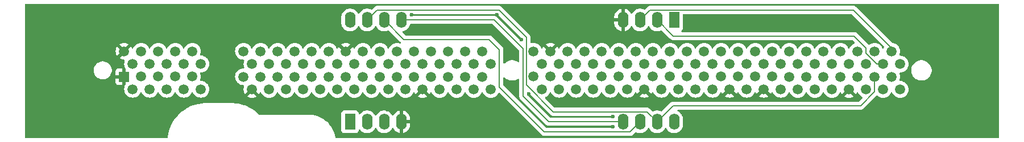
<source format=gbr>
%TF.GenerationSoftware,KiCad,Pcbnew,8.0.9*%
%TF.CreationDate,2025-05-08T22:04:52-05:00*%
%TF.ProjectId,SPD_Demon,5350445f-4465-46d6-9f6e-2e6b69636164,rev?*%
%TF.SameCoordinates,Original*%
%TF.FileFunction,Copper,L1,Top*%
%TF.FilePolarity,Positive*%
%FSLAX46Y46*%
G04 Gerber Fmt 4.6, Leading zero omitted, Abs format (unit mm)*
G04 Created by KiCad (PCBNEW 8.0.9) date 2025-05-08 22:04:52*
%MOMM*%
%LPD*%
G01*
G04 APERTURE LIST*
%TA.AperFunction,ComponentPad*%
%ADD10R,1.600000X2.400000*%
%TD*%
%TA.AperFunction,ComponentPad*%
%ADD11O,1.600000X2.400000*%
%TD*%
%TA.AperFunction,ComponentPad*%
%ADD12R,1.500000X1.500000*%
%TD*%
%TA.AperFunction,ComponentPad*%
%ADD13C,1.500000*%
%TD*%
%TA.AperFunction,ViaPad*%
%ADD14C,0.600000*%
%TD*%
%TA.AperFunction,Conductor*%
%ADD15C,0.200000*%
%TD*%
G04 APERTURE END LIST*
D10*
%TO.P,U2,1,A0*%
%TO.N,/A0*%
X74295000Y-42545000D03*
D11*
%TO.P,U2,2,A1*%
%TO.N,/A1*%
X76835000Y-42545000D03*
%TO.P,U2,3,A2*%
%TO.N,/A2*%
X79375000Y-42545000D03*
%TO.P,U2,4,GND*%
%TO.N,GND*%
X81915000Y-42545000D03*
%TO.P,U2,5,SDA*%
%TO.N,/SDA*%
X81915000Y-27305000D03*
%TO.P,U2,6,SCL*%
%TO.N,/SCL*%
X79375000Y-27305000D03*
%TO.P,U2,7,WP*%
%TO.N,/WP*%
X76835000Y-27305000D03*
%TO.P,U2,8,VCC*%
%TO.N,+3.3V_U2*%
X74295000Y-27305000D03*
%TD*%
D12*
%TO.P,J1,1,Pin_1*%
%TO.N,GND*%
X40640000Y-35800000D03*
D13*
%TO.P,J1,2,Pin_2*%
%TO.N,unconnected-(J1-Pin_2-Pad2)*%
X41910000Y-37690000D03*
%TO.P,J1,3,Pin_3*%
%TO.N,unconnected-(J1-Pin_3-Pad3)*%
X43180000Y-35790000D03*
%TO.P,J1,4,Pin_4*%
%TO.N,unconnected-(J1-Pin_4-Pad4)*%
X44450000Y-37690000D03*
%TO.P,J1,5,Pin_5*%
%TO.N,unconnected-(J1-Pin_5-Pad5)*%
X45720000Y-35790000D03*
%TO.P,J1,6,Pin_6*%
%TO.N,unconnected-(J1-Pin_6-Pad6)*%
X46990000Y-37690000D03*
%TO.P,J1,7,Pin_7*%
%TO.N,unconnected-(J1-Pin_7-Pad7)*%
X48260000Y-35790000D03*
%TO.P,J1,8,Pin_8*%
%TO.N,unconnected-(J1-Pin_8-Pad8)*%
X49530000Y-37690000D03*
%TO.P,J1,9,Pin_9*%
%TO.N,unconnected-(J1-Pin_9-Pad9)*%
X50800000Y-35790000D03*
%TO.P,J1,10,Pin_10*%
%TO.N,unconnected-(J1-Pin_10-Pad10)*%
X52070000Y-37690000D03*
%TO.P,J1,11,Pin_11*%
%TO.N,unconnected-(J1-Pin_11-Pad11)*%
X58420000Y-35800000D03*
%TO.P,J1,12,Pin_12*%
%TO.N,GND*%
X59690000Y-37700000D03*
%TO.P,J1,13,Pin_13*%
%TO.N,unconnected-(J1-Pin_13-Pad13)*%
X60960000Y-35800000D03*
%TO.P,J1,14,Pin_14*%
%TO.N,unconnected-(J1-Pin_14-Pad14)*%
X62230000Y-37700000D03*
%TO.P,J1,15,Pin_15*%
%TO.N,unconnected-(J1-Pin_15-Pad15)*%
X63500000Y-35800000D03*
%TO.P,J1,16,Pin_16*%
%TO.N,unconnected-(J1-Pin_16-Pad16)*%
X64770000Y-37700000D03*
%TO.P,J1,17,Pin_17*%
%TO.N,unconnected-(J1-Pin_17-Pad17)*%
X66040000Y-35800000D03*
%TO.P,J1,18,Pin_18*%
%TO.N,unconnected-(J1-Pin_18-Pad18)*%
X67310000Y-37700000D03*
%TO.P,J1,19,Pin_19*%
%TO.N,unconnected-(J1-Pin_19-Pad19)*%
X68580000Y-35800000D03*
%TO.P,J1,20,Pin_20*%
%TO.N,unconnected-(J1-Pin_20-Pad20)*%
X69850000Y-37700000D03*
%TO.P,J1,21,Pin_21*%
%TO.N,unconnected-(J1-Pin_21-Pad21)*%
X71120000Y-35800000D03*
%TO.P,J1,22,Pin_22*%
%TO.N,unconnected-(J1-Pin_22-Pad22)*%
X72390000Y-37700000D03*
%TO.P,J1,23,Pin_23*%
%TO.N,unconnected-(J1-Pin_23-Pad23)*%
X73660000Y-35800000D03*
%TO.P,J1,24,Pin_24*%
%TO.N,unconnected-(J1-Pin_24-Pad24)*%
X74930000Y-37700000D03*
%TO.P,J1,25,Pin_25*%
%TO.N,unconnected-(J1-Pin_25-Pad25)*%
X76200000Y-35800000D03*
%TO.P,J1,26,Pin_26*%
%TO.N,+3.3V_U2*%
X77470000Y-37700000D03*
%TO.P,J1,27,Pin_27*%
%TO.N,unconnected-(J1-Pin_27-Pad27)*%
X78740000Y-35800000D03*
%TO.P,J1,28,Pin_28*%
%TO.N,unconnected-(J1-Pin_28-Pad28)*%
X80010000Y-37700000D03*
%TO.P,J1,29,Pin_29*%
%TO.N,unconnected-(J1-Pin_29-Pad29)*%
X81280000Y-35800000D03*
%TO.P,J1,30,Pin_30*%
%TO.N,unconnected-(J1-Pin_30-Pad30)*%
X82550000Y-37700000D03*
%TO.P,J1,31,Pin_31*%
%TO.N,unconnected-(J1-Pin_31-Pad31)*%
X83820000Y-35800000D03*
%TO.P,J1,32,Pin_32*%
%TO.N,GND*%
X85090000Y-37700000D03*
%TO.P,J1,33,Pin_33*%
%TO.N,unconnected-(J1-Pin_33-Pad33)*%
X86360000Y-35800000D03*
%TO.P,J1,34,Pin_34*%
%TO.N,unconnected-(J1-Pin_34-Pad34)*%
X87630000Y-37700000D03*
%TO.P,J1,35,Pin_35*%
%TO.N,unconnected-(J1-Pin_35-Pad35)*%
X88900000Y-35800000D03*
%TO.P,J1,36,Pin_36*%
%TO.N,unconnected-(J1-Pin_36-Pad36)*%
X90170000Y-37700000D03*
%TO.P,J1,37,Pin_37*%
%TO.N,unconnected-(J1-Pin_37-Pad37)*%
X91440000Y-35800000D03*
%TO.P,J1,38,Pin_38*%
%TO.N,unconnected-(J1-Pin_38-Pad38)*%
X92710000Y-37700000D03*
%TO.P,J1,39,Pin_39*%
%TO.N,unconnected-(J1-Pin_39-Pad39)*%
X93980000Y-35800000D03*
%TO.P,J1,40,Pin_40*%
%TO.N,unconnected-(J1-Pin_40-Pad40)*%
X95250000Y-37700000D03*
%TO.P,J1,41,Pin_41*%
%TO.N,unconnected-(J1-Pin_41-Pad41)*%
X101600000Y-35790000D03*
%TO.P,J1,42,Pin_42*%
%TO.N,unconnected-(J1-Pin_42-Pad42)*%
X102870000Y-37690000D03*
%TO.P,J1,43,Pin_43*%
%TO.N,unconnected-(J1-Pin_43-Pad43)*%
X104140000Y-35790000D03*
%TO.P,J1,44,Pin_44*%
%TO.N,unconnected-(J1-Pin_44-Pad44)*%
X105410000Y-37690000D03*
%TO.P,J1,45,Pin_45*%
%TO.N,unconnected-(J1-Pin_45-Pad45)*%
X106680000Y-35790000D03*
%TO.P,J1,46,Pin_46*%
%TO.N,unconnected-(J1-Pin_46-Pad46)*%
X107950000Y-37690000D03*
%TO.P,J1,47,Pin_47*%
%TO.N,unconnected-(J1-Pin_47-Pad47)*%
X109220000Y-35790000D03*
%TO.P,J1,48,Pin_48*%
%TO.N,unconnected-(J1-Pin_48-Pad48)*%
X110490000Y-37690000D03*
%TO.P,J1,49,Pin_49*%
%TO.N,unconnected-(J1-Pin_49-Pad49)*%
X111760000Y-35790000D03*
%TO.P,J1,50,Pin_50*%
%TO.N,unconnected-(J1-Pin_50-Pad50)*%
X113030000Y-37690000D03*
%TO.P,J1,51,Pin_51*%
%TO.N,unconnected-(J1-Pin_51-Pad51)*%
X114300000Y-35790000D03*
%TO.P,J1,52,Pin_52*%
%TO.N,unconnected-(J1-Pin_52-Pad52)*%
X115570000Y-37690000D03*
%TO.P,J1,53,Pin_53*%
%TO.N,unconnected-(J1-Pin_53-Pad53)*%
X116840000Y-35790000D03*
%TO.P,J1,54,Pin_54*%
%TO.N,GND*%
X118110000Y-37690000D03*
%TO.P,J1,55,Pin_55*%
%TO.N,unconnected-(J1-Pin_55-Pad55)*%
X119380000Y-35790000D03*
%TO.P,J1,56,Pin_56*%
%TO.N,unconnected-(J1-Pin_56-Pad56)*%
X120650000Y-37690000D03*
%TO.P,J1,57,Pin_57*%
%TO.N,unconnected-(J1-Pin_57-Pad57)*%
X121920000Y-35790000D03*
%TO.P,J1,58,Pin_58*%
%TO.N,unconnected-(J1-Pin_58-Pad58)*%
X123190000Y-37690000D03*
%TO.P,J1,59,Pin_59*%
%TO.N,unconnected-(J1-Pin_59-Pad59)*%
X124460000Y-35790000D03*
%TO.P,J1,60,Pin_60*%
%TO.N,unconnected-(J1-Pin_60-Pad60)*%
X125730000Y-37690000D03*
%TO.P,J1,61,Pin_61*%
%TO.N,unconnected-(J1-Pin_61-Pad61)*%
X127000000Y-35790000D03*
%TO.P,J1,62,Pin_62*%
%TO.N,unconnected-(J1-Pin_62-Pad62)*%
X128270000Y-37690000D03*
%TO.P,J1,63,Pin_63*%
%TO.N,unconnected-(J1-Pin_63-Pad63)*%
X129540000Y-35790000D03*
%TO.P,J1,64,Pin_64*%
%TO.N,GND*%
X130810000Y-37690000D03*
%TO.P,J1,65,Pin_65*%
%TO.N,unconnected-(J1-Pin_65-Pad65)*%
X132080000Y-35790000D03*
%TO.P,J1,66,Pin_66*%
%TO.N,unconnected-(J1-Pin_66-Pad66)*%
X133350000Y-37690000D03*
%TO.P,J1,67,Pin_67*%
%TO.N,unconnected-(J1-Pin_67-Pad67)*%
X134620000Y-35790000D03*
%TO.P,J1,68,Pin_68*%
%TO.N,GND*%
X135890000Y-37690000D03*
%TO.P,J1,69,Pin_69*%
%TO.N,unconnected-(J1-Pin_69-Pad69)*%
X137160000Y-35790000D03*
%TO.P,J1,70,Pin_70*%
%TO.N,unconnected-(J1-Pin_70-Pad70)*%
X138430000Y-37690000D03*
%TO.P,J1,71,Pin_71*%
%TO.N,unconnected-(J1-Pin_71-Pad71)*%
X139700000Y-35805000D03*
%TO.P,J1,72,Pin_72*%
%TO.N,unconnected-(J1-Pin_72-Pad72)*%
X140970000Y-37705000D03*
%TO.P,J1,73,Pin_73*%
%TO.N,unconnected-(J1-Pin_73-Pad73)*%
X142240000Y-35805000D03*
%TO.P,J1,74,Pin_74*%
%TO.N,unconnected-(J1-Pin_74-Pad74)*%
X143510000Y-37705000D03*
%TO.P,J1,75,Pin_75*%
%TO.N,unconnected-(J1-Pin_75-Pad75)*%
X144780000Y-35805000D03*
%TO.P,J1,76,Pin_76*%
%TO.N,unconnected-(J1-Pin_76-Pad76)*%
X146050000Y-37705000D03*
%TO.P,J1,77,Pin_77*%
%TO.N,unconnected-(J1-Pin_77-Pad77)*%
X147320000Y-35805000D03*
%TO.P,J1,78,Pin_78*%
%TO.N,GND*%
X148590000Y-37705000D03*
%TO.P,J1,79,Pin_79*%
%TO.N,unconnected-(J1-Pin_79-Pad79)*%
X149860000Y-35805000D03*
%TO.P,J1,80,Pin_80*%
%TO.N,unconnected-(J1-Pin_80-Pad80)*%
X151130000Y-37705000D03*
%TO.P,J1,81,Pin_81*%
%TO.N,/WP*%
X152400000Y-35805000D03*
%TO.P,J1,82,Pin_82*%
%TO.N,/SDA*%
X153670000Y-37705000D03*
%TO.P,J1,83,Pin_83*%
%TO.N,/SCL*%
X154940000Y-35805000D03*
%TO.P,J1,84,Pin_84*%
%TO.N,+3.3V_U1*%
X156210000Y-37705000D03*
%TO.P,J1,85,Pin_85*%
%TO.N,GND*%
X40640000Y-31990000D03*
%TO.P,J1,86,Pin_86*%
%TO.N,unconnected-(J1-Pin_86-Pad86)*%
X41910000Y-33895000D03*
%TO.P,J1,87,Pin_87*%
%TO.N,unconnected-(J1-Pin_87-Pad87)*%
X43180000Y-31990000D03*
%TO.P,J1,88,Pin_88*%
%TO.N,unconnected-(J1-Pin_88-Pad88)*%
X44450000Y-33890000D03*
%TO.P,J1,89,Pin_89*%
%TO.N,unconnected-(J1-Pin_89-Pad89)*%
X45720000Y-31990000D03*
%TO.P,J1,90,Pin_90*%
%TO.N,unconnected-(J1-Pin_90-Pad90)*%
X46990000Y-33890000D03*
%TO.P,J1,91,Pin_91*%
%TO.N,unconnected-(J1-Pin_91-Pad91)*%
X48260000Y-31990000D03*
%TO.P,J1,92,Pin_92*%
%TO.N,unconnected-(J1-Pin_92-Pad92)*%
X49530000Y-33890000D03*
%TO.P,J1,93,Pin_93*%
%TO.N,unconnected-(J1-Pin_93-Pad93)*%
X50800000Y-31990000D03*
%TO.P,J1,94,Pin_94*%
%TO.N,unconnected-(J1-Pin_94-Pad94)*%
X52070000Y-33890000D03*
%TO.P,J1,95,Pin_95*%
%TO.N,unconnected-(J1-Pin_95-Pad95)*%
X58420000Y-32000000D03*
%TO.P,J1,96,Pin_96*%
%TO.N,unconnected-(J1-Pin_96-Pad96)*%
X59690000Y-33900000D03*
%TO.P,J1,97,Pin_97*%
%TO.N,unconnected-(J1-Pin_97-Pad97)*%
X60960000Y-32000000D03*
%TO.P,J1,98,Pin_98*%
%TO.N,unconnected-(J1-Pin_98-Pad98)*%
X62230000Y-33900000D03*
%TO.P,J1,99,Pin_99*%
%TO.N,unconnected-(J1-Pin_99-Pad99)*%
X63500000Y-32000000D03*
%TO.P,J1,100,Pin_100*%
%TO.N,unconnected-(J1-Pin_100-Pad100)*%
X64770000Y-33900000D03*
%TO.P,J1,101,Pin_101*%
%TO.N,unconnected-(J1-Pin_101-Pad101)*%
X66040000Y-32000000D03*
%TO.P,J1,102,Pin_102*%
%TO.N,unconnected-(J1-Pin_102-Pad102)*%
X67310000Y-33900000D03*
%TO.P,J1,103,Pin_103*%
%TO.N,unconnected-(J1-Pin_103-Pad103)*%
X68580000Y-32000000D03*
%TO.P,J1,104,Pin_104*%
%TO.N,unconnected-(J1-Pin_104-Pad104)*%
X69850000Y-33900000D03*
%TO.P,J1,105,Pin_105*%
%TO.N,unconnected-(J1-Pin_105-Pad105)*%
X71120000Y-32000000D03*
%TO.P,J1,106,Pin_106*%
%TO.N,unconnected-(J1-Pin_106-Pad106)*%
X72390000Y-33900000D03*
%TO.P,J1,107,Pin_107*%
%TO.N,GND*%
X73660000Y-32000000D03*
%TO.P,J1,108,Pin_108*%
%TO.N,unconnected-(J1-Pin_108-Pad108)*%
X74930000Y-33900000D03*
%TO.P,J1,109,Pin_109*%
%TO.N,unconnected-(J1-Pin_109-Pad109)*%
X76200000Y-32000000D03*
%TO.P,J1,110,Pin_110*%
%TO.N,+3.3V_U2*%
X77470000Y-33900000D03*
%TO.P,J1,111,Pin_111*%
%TO.N,unconnected-(J1-Pin_111-Pad111)*%
X78740000Y-32000000D03*
%TO.P,J1,112,Pin_112*%
%TO.N,unconnected-(J1-Pin_112-Pad112)*%
X80010000Y-33900000D03*
%TO.P,J1,113,Pin_113*%
%TO.N,unconnected-(J1-Pin_113-Pad113)*%
X81280000Y-32000000D03*
%TO.P,J1,114,Pin_114*%
%TO.N,unconnected-(J1-Pin_114-Pad114)*%
X82550000Y-33900000D03*
%TO.P,J1,115,Pin_115*%
%TO.N,unconnected-(J1-Pin_115-Pad115)*%
X83820000Y-32000000D03*
%TO.P,J1,116,Pin_116*%
%TO.N,unconnected-(J1-Pin_116-Pad116)*%
X85090000Y-33900000D03*
%TO.P,J1,117,Pin_117*%
%TO.N,unconnected-(J1-Pin_117-Pad117)*%
X86360000Y-32000000D03*
%TO.P,J1,118,Pin_118*%
%TO.N,unconnected-(J1-Pin_118-Pad118)*%
X87630000Y-33900000D03*
%TO.P,J1,119,Pin_119*%
%TO.N,unconnected-(J1-Pin_119-Pad119)*%
X88900000Y-32000000D03*
%TO.P,J1,120,Pin_120*%
%TO.N,unconnected-(J1-Pin_120-Pad120)*%
X90170000Y-33900000D03*
%TO.P,J1,121,Pin_121*%
%TO.N,unconnected-(J1-Pin_121-Pad121)*%
X91440000Y-32000000D03*
%TO.P,J1,122,Pin_122*%
%TO.N,unconnected-(J1-Pin_122-Pad122)*%
X92710000Y-33900000D03*
%TO.P,J1,123,Pin_123*%
%TO.N,unconnected-(J1-Pin_123-Pad123)*%
X93980000Y-32000000D03*
%TO.P,J1,124,Pin_124*%
%TO.N,unconnected-(J1-Pin_124-Pad124)*%
X95250000Y-33900000D03*
%TO.P,J1,125,Pin_125*%
%TO.N,unconnected-(J1-Pin_125-Pad125)*%
X101600000Y-31990000D03*
%TO.P,J1,126,Pin_126*%
%TO.N,unconnected-(J1-Pin_126-Pad126)*%
X102870000Y-33890000D03*
%TO.P,J1,127,Pin_127*%
%TO.N,GND*%
X104140000Y-31990000D03*
%TO.P,J1,128,Pin_128*%
%TO.N,unconnected-(J1-Pin_128-Pad128)*%
X105410000Y-33890000D03*
%TO.P,J1,129,Pin_129*%
%TO.N,unconnected-(J1-Pin_129-Pad129)*%
X106680000Y-31990000D03*
%TO.P,J1,130,Pin_130*%
%TO.N,unconnected-(J1-Pin_130-Pad130)*%
X107950000Y-33890000D03*
%TO.P,J1,131,Pin_131*%
%TO.N,unconnected-(J1-Pin_131-Pad131)*%
X109220000Y-31990000D03*
%TO.P,J1,132,Pin_132*%
%TO.N,unconnected-(J1-Pin_132-Pad132)*%
X110490000Y-33890000D03*
%TO.P,J1,133,Pin_133*%
%TO.N,unconnected-(J1-Pin_133-Pad133)*%
X111760000Y-31990000D03*
%TO.P,J1,134,Pin_134*%
%TO.N,unconnected-(J1-Pin_134-Pad134)*%
X113030000Y-33890000D03*
%TO.P,J1,135,Pin_135*%
%TO.N,unconnected-(J1-Pin_135-Pad135)*%
X114300000Y-31990000D03*
%TO.P,J1,136,Pin_136*%
%TO.N,unconnected-(J1-Pin_136-Pad136)*%
X115570000Y-33890000D03*
%TO.P,J1,137,Pin_137*%
%TO.N,unconnected-(J1-Pin_137-Pad137)*%
X116840000Y-31990000D03*
%TO.P,J1,138,Pin_138*%
%TO.N,unconnected-(J1-Pin_138-Pad138)*%
X118110000Y-33890000D03*
%TO.P,J1,139,Pin_139*%
%TO.N,unconnected-(J1-Pin_139-Pad139)*%
X119380000Y-31990000D03*
%TO.P,J1,140,Pin_140*%
%TO.N,unconnected-(J1-Pin_140-Pad140)*%
X120650000Y-33890000D03*
%TO.P,J1,141,Pin_141*%
%TO.N,unconnected-(J1-Pin_141-Pad141)*%
X121920000Y-31990000D03*
%TO.P,J1,142,Pin_142*%
%TO.N,unconnected-(J1-Pin_142-Pad142)*%
X123190000Y-33890000D03*
%TO.P,J1,143,Pin_143*%
%TO.N,unconnected-(J1-Pin_143-Pad143)*%
X124460000Y-31990000D03*
%TO.P,J1,144,Pin_144*%
%TO.N,unconnected-(J1-Pin_144-Pad144)*%
X125730000Y-33890000D03*
%TO.P,J1,145,Pin_145*%
%TO.N,unconnected-(J1-Pin_145-Pad145)*%
X127000000Y-31990000D03*
%TO.P,J1,146,Pin_146*%
%TO.N,unconnected-(J1-Pin_146-Pad146)*%
X128270000Y-33890000D03*
%TO.P,J1,147,Pin_147*%
%TO.N,unconnected-(J1-Pin_147-Pad147)*%
X129540000Y-31990000D03*
%TO.P,J1,148,Pin_148*%
%TO.N,unconnected-(J1-Pin_148-Pad148)*%
X130810000Y-33890000D03*
%TO.P,J1,149,Pin_149*%
%TO.N,unconnected-(J1-Pin_149-Pad149)*%
X132080000Y-31990000D03*
%TO.P,J1,150,Pin_150*%
%TO.N,unconnected-(J1-Pin_150-Pad150)*%
X133350000Y-33890000D03*
%TO.P,J1,151,Pin_151*%
%TO.N,unconnected-(J1-Pin_151-Pad151)*%
X134620000Y-31990000D03*
%TO.P,J1,152,Pin_152*%
%TO.N,unconnected-(J1-Pin_152-Pad152)*%
X135890000Y-33890000D03*
%TO.P,J1,153,Pin_153*%
%TO.N,unconnected-(J1-Pin_153-Pad153)*%
X137160000Y-31990000D03*
%TO.P,J1,154,Pin_154*%
%TO.N,unconnected-(J1-Pin_154-Pad154)*%
X138430000Y-33890000D03*
%TO.P,J1,155,Pin_155*%
%TO.N,unconnected-(J1-Pin_155-Pad155)*%
X139700000Y-32005000D03*
%TO.P,J1,156,Pin_156*%
%TO.N,unconnected-(J1-Pin_156-Pad156)*%
X140970000Y-33905000D03*
%TO.P,J1,157,Pin_157*%
%TO.N,unconnected-(J1-Pin_157-Pad157)*%
X142240000Y-32005000D03*
%TO.P,J1,158,Pin_158*%
%TO.N,unconnected-(J1-Pin_158-Pad158)*%
X143510000Y-33905000D03*
%TO.P,J1,159,Pin_159*%
%TO.N,unconnected-(J1-Pin_159-Pad159)*%
X144780000Y-32005000D03*
%TO.P,J1,160,Pin_160*%
%TO.N,unconnected-(J1-Pin_160-Pad160)*%
X146050000Y-33905000D03*
%TO.P,J1,161,Pin_161*%
%TO.N,unconnected-(J1-Pin_161-Pad161)*%
X147320000Y-32005000D03*
%TO.P,J1,162,Pin_162*%
%TO.N,unconnected-(J1-Pin_162-Pad162)*%
X148590000Y-33905000D03*
%TO.P,J1,163,Pin_163*%
%TO.N,unconnected-(J1-Pin_163-Pad163)*%
X149860000Y-32005000D03*
%TO.P,J1,164,Pin_164*%
%TO.N,unconnected-(J1-Pin_164-Pad164)*%
X151130000Y-33905000D03*
%TO.P,J1,165,Pin_165*%
%TO.N,/A0*%
X152400000Y-32005000D03*
%TO.P,J1,166,Pin_166*%
%TO.N,/A1*%
X153670000Y-33905000D03*
%TO.P,J1,167,Pin_167*%
%TO.N,/A2*%
X154940000Y-32005000D03*
%TO.P,J1,168,Pin_168*%
%TO.N,+3.3V_U1*%
X156210000Y-33905000D03*
%TD*%
D10*
%TO.P,U1,1,A0*%
%TO.N,/A0*%
X122555000Y-27305000D03*
D11*
%TO.P,U1,2,A1*%
%TO.N,/A1*%
X120015000Y-27305000D03*
%TO.P,U1,3,A2*%
%TO.N,/A2*%
X117475000Y-27305000D03*
%TO.P,U1,4,GND*%
%TO.N,GND*%
X114935000Y-27305000D03*
%TO.P,U1,5,SDA*%
%TO.N,/SDA*%
X114935000Y-42545000D03*
%TO.P,U1,6,SCL*%
%TO.N,/SCL*%
X117475000Y-42545000D03*
%TO.P,U1,7,WP*%
%TO.N,/WP*%
X120015000Y-42545000D03*
%TO.P,U1,8,VCC*%
%TO.N,+3.3V_U1*%
X122555000Y-42545000D03*
%TD*%
D14*
%TO.N,GND*%
X165227000Y-34798000D03*
X75946000Y-39878000D03*
X147955000Y-28829000D03*
X94234000Y-39878000D03*
X84328000Y-28702000D03*
X124714000Y-43942000D03*
X124841000Y-28702000D03*
X96139000Y-26543000D03*
X148844000Y-26797000D03*
X99822000Y-30226000D03*
X121031000Y-30454600D03*
X113411000Y-43307000D03*
X152146000Y-40132000D03*
X105918000Y-39624000D03*
X118618000Y-29337000D03*
X124841000Y-26797000D03*
X83439000Y-26543000D03*
X98552000Y-37338000D03*
X99187000Y-33020000D03*
X97790000Y-31369000D03*
X79756000Y-29972000D03*
X124079000Y-41783000D03*
X100930000Y-38354000D03*
X151892000Y-41783000D03*
X113411000Y-41783000D03*
X96901000Y-41910000D03*
X148590000Y-30861000D03*
X118618000Y-40132000D03*
X79883000Y-40767000D03*
X106807000Y-28194000D03*
%TD*%
D15*
%TO.N,/A2*%
X117475000Y-27305000D02*
X118975000Y-25805000D01*
X154940000Y-31496000D02*
X154940000Y-32005000D01*
X149249000Y-25805000D02*
X154940000Y-31496000D01*
X118975000Y-25805000D02*
X149249000Y-25805000D01*
%TO.N,/SCL*%
X94996000Y-30226000D02*
X82296000Y-30226000D01*
X82296000Y-30226000D02*
X79375000Y-27305000D01*
X103227000Y-44045000D02*
X96520000Y-37338000D01*
X115975000Y-44045000D02*
X103227000Y-44045000D01*
X117475000Y-42545000D02*
X115975000Y-44045000D01*
X96520000Y-31750000D02*
X94996000Y-30226000D01*
X96520000Y-37338000D02*
X96520000Y-31750000D01*
%TO.N,/A1*%
X149352000Y-29718000D02*
X151130000Y-31496000D01*
X152713500Y-33905000D02*
X153670000Y-33905000D01*
X151130000Y-32321500D02*
X152713500Y-33905000D01*
X122428000Y-29718000D02*
X149352000Y-29718000D01*
X120015000Y-27305000D02*
X122428000Y-29718000D01*
X151130000Y-31496000D02*
X151130000Y-32321500D01*
%TO.N,/SDA*%
X114935000Y-42545000D02*
X103886000Y-42545000D01*
X103886000Y-42545000D02*
X100076000Y-38735000D01*
X100076000Y-38735000D02*
X100076000Y-31623000D01*
X95758000Y-27305000D02*
X81915000Y-27305000D01*
X100076000Y-31623000D02*
X95758000Y-27305000D01*
%TO.N,/WP*%
X120015000Y-42545000D02*
X122428000Y-40132000D01*
X78335000Y-25805000D02*
X96474686Y-25805000D01*
X152400000Y-38066000D02*
X152400000Y-35805000D01*
X118515000Y-41045000D02*
X120015000Y-42545000D01*
X104545000Y-41045000D02*
X118515000Y-41045000D01*
X150334000Y-40132000D02*
X152400000Y-38066000D01*
X100550000Y-29880314D02*
X100550000Y-37050000D01*
X100550000Y-37050000D02*
X104545000Y-41045000D01*
X76835000Y-27305000D02*
X78335000Y-25805000D01*
X122428000Y-40132000D02*
X150334000Y-40132000D01*
X96474686Y-25805000D02*
X100550000Y-29880314D01*
%TD*%
%TA.AperFunction,Conductor*%
%TO.N,GND*%
G36*
X97325703Y-35898961D02*
G01*
X97332181Y-35904993D01*
X97434462Y-36007274D01*
X97434467Y-36007278D01*
X97550844Y-36091830D01*
X97628084Y-36147948D01*
X97744121Y-36207072D01*
X97841325Y-36256601D01*
X97841327Y-36256601D01*
X97841330Y-36256603D01*
X98068949Y-36330561D01*
X98190735Y-36349849D01*
X98305329Y-36368000D01*
X98305334Y-36368000D01*
X98544671Y-36368000D01*
X98649135Y-36351453D01*
X98781051Y-36330561D01*
X99008670Y-36256603D01*
X99221916Y-36147948D01*
X99278615Y-36106753D01*
X99344420Y-36083274D01*
X99412474Y-36099099D01*
X99461169Y-36149205D01*
X99475500Y-36207072D01*
X99475500Y-38648330D01*
X99475499Y-38648348D01*
X99475499Y-38814054D01*
X99475498Y-38814054D01*
X99516423Y-38966785D01*
X99545358Y-39016900D01*
X99545359Y-39016904D01*
X99545360Y-39016904D01*
X99595479Y-39103714D01*
X99595481Y-39103717D01*
X99714349Y-39222585D01*
X99714354Y-39222589D01*
X103517284Y-43025520D01*
X103517286Y-43025521D01*
X103517290Y-43025524D01*
X103602394Y-43074658D01*
X103654216Y-43104577D01*
X103806943Y-43145501D01*
X103806945Y-43145501D01*
X103972654Y-43145501D01*
X103972670Y-43145500D01*
X113544140Y-43145500D01*
X113611179Y-43165185D01*
X113656934Y-43217989D01*
X113665037Y-43244877D01*
X113665385Y-43244794D01*
X113666523Y-43249535D01*
X113677131Y-43282183D01*
X113679126Y-43352024D01*
X113643045Y-43411857D01*
X113580344Y-43442684D01*
X113559200Y-43444500D01*
X103527097Y-43444500D01*
X103460058Y-43424815D01*
X103439416Y-43408181D01*
X97156819Y-37125584D01*
X97123334Y-37064261D01*
X97120500Y-37037903D01*
X97120500Y-35992674D01*
X97140185Y-35925635D01*
X97192989Y-35879880D01*
X97262147Y-35869936D01*
X97325703Y-35898961D01*
G37*
%TD.AperFunction*%
%TA.AperFunction,Conductor*%
G36*
X100881703Y-38231384D02*
G01*
X100888181Y-38237416D01*
X104060139Y-41409374D01*
X104060149Y-41409385D01*
X104064479Y-41413715D01*
X104064480Y-41413716D01*
X104176284Y-41525520D01*
X104263095Y-41575639D01*
X104263097Y-41575641D01*
X104301151Y-41597611D01*
X104313215Y-41604577D01*
X104465943Y-41645500D01*
X104624057Y-41645500D01*
X113559200Y-41645500D01*
X113626239Y-41665185D01*
X113671994Y-41717989D01*
X113681938Y-41787147D01*
X113677131Y-41807817D01*
X113666523Y-41840464D01*
X113665385Y-41845206D01*
X113664227Y-41844928D01*
X113636687Y-41903029D01*
X113577377Y-41939962D01*
X113544140Y-41944500D01*
X104186098Y-41944500D01*
X104119059Y-41924815D01*
X104098417Y-41908181D01*
X100712819Y-38522583D01*
X100679334Y-38461260D01*
X100676500Y-38434902D01*
X100676500Y-38325097D01*
X100696185Y-38258058D01*
X100748989Y-38212303D01*
X100818147Y-38202359D01*
X100881703Y-38231384D01*
G37*
%TD.AperFunction*%
%TA.AperFunction,Conductor*%
G36*
X136933124Y-38379570D02*
G01*
X136976666Y-38317388D01*
X137047340Y-38165825D01*
X137093512Y-38113386D01*
X137160706Y-38094233D01*
X137227587Y-38114448D01*
X137272105Y-38165824D01*
X137342897Y-38317638D01*
X137349899Y-38327638D01*
X137468402Y-38496877D01*
X137623123Y-38651598D01*
X137802361Y-38777102D01*
X138000670Y-38869575D01*
X138212023Y-38926207D01*
X138394926Y-38942208D01*
X138429998Y-38945277D01*
X138430000Y-38945277D01*
X138430002Y-38945277D01*
X138458254Y-38942805D01*
X138647977Y-38926207D01*
X138859330Y-38869575D01*
X139057639Y-38777102D01*
X139236877Y-38651598D01*
X139391598Y-38496877D01*
X139517102Y-38317639D01*
X139584121Y-38173915D01*
X139630292Y-38121477D01*
X139697485Y-38102325D01*
X139764366Y-38122540D01*
X139808884Y-38173916D01*
X139882897Y-38332638D01*
X139882898Y-38332639D01*
X140008402Y-38511877D01*
X140163123Y-38666598D01*
X140342361Y-38792102D01*
X140540670Y-38884575D01*
X140540676Y-38884576D01*
X140540677Y-38884577D01*
X140565525Y-38891235D01*
X140752023Y-38941207D01*
X140934926Y-38957208D01*
X140969998Y-38960277D01*
X140970000Y-38960277D01*
X140970002Y-38960277D01*
X140998254Y-38957805D01*
X141187977Y-38941207D01*
X141399330Y-38884575D01*
X141597639Y-38792102D01*
X141776877Y-38666598D01*
X141931598Y-38511877D01*
X142057102Y-38332639D01*
X142127618Y-38181414D01*
X142173790Y-38128977D01*
X142240984Y-38109825D01*
X142307865Y-38130041D01*
X142352381Y-38181414D01*
X142422898Y-38332639D01*
X142548402Y-38511877D01*
X142703123Y-38666598D01*
X142882361Y-38792102D01*
X143080670Y-38884575D01*
X143080676Y-38884576D01*
X143080677Y-38884577D01*
X143105525Y-38891235D01*
X143292023Y-38941207D01*
X143474926Y-38957208D01*
X143509998Y-38960277D01*
X143510000Y-38960277D01*
X143510002Y-38960277D01*
X143538254Y-38957805D01*
X143727977Y-38941207D01*
X143939330Y-38884575D01*
X144137639Y-38792102D01*
X144316877Y-38666598D01*
X144471598Y-38511877D01*
X144597102Y-38332639D01*
X144667618Y-38181414D01*
X144713790Y-38128977D01*
X144780984Y-38109825D01*
X144847865Y-38130041D01*
X144892381Y-38181414D01*
X144962898Y-38332639D01*
X145088402Y-38511877D01*
X145243123Y-38666598D01*
X145422361Y-38792102D01*
X145620670Y-38884575D01*
X145620676Y-38884576D01*
X145620677Y-38884577D01*
X145645525Y-38891235D01*
X145832023Y-38941207D01*
X146014926Y-38957208D01*
X146049998Y-38960277D01*
X146050000Y-38960277D01*
X146050002Y-38960277D01*
X146078254Y-38957805D01*
X146267977Y-38941207D01*
X146479330Y-38884575D01*
X146677639Y-38792102D01*
X146856877Y-38666598D01*
X147011598Y-38511877D01*
X147137102Y-38332639D01*
X147207895Y-38180822D01*
X147254066Y-38128385D01*
X147321260Y-38109233D01*
X147388141Y-38129449D01*
X147432658Y-38180824D01*
X147503333Y-38332387D01*
X147546874Y-38394571D01*
X148107037Y-37834408D01*
X148124075Y-37897993D01*
X148189901Y-38012007D01*
X148282993Y-38105099D01*
X148397007Y-38170925D01*
X148460590Y-38187962D01*
X147900427Y-38748124D01*
X147962612Y-38791666D01*
X148160840Y-38884101D01*
X148160849Y-38884105D01*
X148372105Y-38940710D01*
X148372115Y-38940712D01*
X148589999Y-38959775D01*
X148590001Y-38959775D01*
X148807884Y-38940712D01*
X148807894Y-38940710D01*
X149019150Y-38884105D01*
X149019164Y-38884100D01*
X149217383Y-38791669D01*
X149217385Y-38791668D01*
X149279571Y-38748124D01*
X148719410Y-38187962D01*
X148782993Y-38170925D01*
X148897007Y-38105099D01*
X148990099Y-38012007D01*
X149055925Y-37897993D01*
X149072962Y-37834408D01*
X149633124Y-38394570D01*
X149676666Y-38332388D01*
X149747340Y-38180825D01*
X149793512Y-38128386D01*
X149860706Y-38109233D01*
X149927587Y-38129448D01*
X149972105Y-38180824D01*
X150042897Y-38332638D01*
X150042898Y-38332639D01*
X150168402Y-38511877D01*
X150323123Y-38666598D01*
X150494602Y-38786669D01*
X150502361Y-38792102D01*
X150561667Y-38819757D01*
X150614106Y-38865930D01*
X150633258Y-38933123D01*
X150613042Y-39000005D01*
X150596943Y-39019820D01*
X150121584Y-39495181D01*
X150060261Y-39528666D01*
X150033903Y-39531500D01*
X122348940Y-39531500D01*
X122308019Y-39542464D01*
X122308019Y-39542465D01*
X122270751Y-39552451D01*
X122196214Y-39572423D01*
X122196209Y-39572426D01*
X122059290Y-39651475D01*
X122059282Y-39651481D01*
X121947478Y-39763286D01*
X120748020Y-40962743D01*
X120686697Y-40996228D01*
X120617005Y-40991244D01*
X120604045Y-40985547D01*
X120514219Y-40939779D01*
X120319536Y-40876523D01*
X120157816Y-40850909D01*
X120117352Y-40844500D01*
X119912648Y-40844500D01*
X119872184Y-40850909D01*
X119710464Y-40876523D01*
X119710461Y-40876523D01*
X119515782Y-40939779D01*
X119515781Y-40939779D01*
X119425954Y-40985548D01*
X119357285Y-40998444D01*
X119292544Y-40972167D01*
X119281979Y-40962744D01*
X119002590Y-40683355D01*
X119002588Y-40683352D01*
X118883717Y-40564481D01*
X118883716Y-40564480D01*
X118796904Y-40514360D01*
X118796904Y-40514359D01*
X118796900Y-40514358D01*
X118746785Y-40485423D01*
X118594057Y-40444499D01*
X118435943Y-40444499D01*
X118428347Y-40444499D01*
X118428331Y-40444500D01*
X104845097Y-40444500D01*
X104778058Y-40424815D01*
X104757416Y-40408181D01*
X103369637Y-39020402D01*
X103336152Y-38959079D01*
X103341136Y-38889387D01*
X103383008Y-38833454D01*
X103404900Y-38820346D01*
X103497639Y-38777102D01*
X103676877Y-38651598D01*
X103831598Y-38496877D01*
X103957102Y-38317639D01*
X104027618Y-38166414D01*
X104073790Y-38113977D01*
X104140984Y-38094825D01*
X104207865Y-38115041D01*
X104252381Y-38166414D01*
X104322898Y-38317639D01*
X104448402Y-38496877D01*
X104603123Y-38651598D01*
X104782361Y-38777102D01*
X104980670Y-38869575D01*
X105192023Y-38926207D01*
X105374926Y-38942208D01*
X105409998Y-38945277D01*
X105410000Y-38945277D01*
X105410002Y-38945277D01*
X105438254Y-38942805D01*
X105627977Y-38926207D01*
X105839330Y-38869575D01*
X106037639Y-38777102D01*
X106216877Y-38651598D01*
X106371598Y-38496877D01*
X106497102Y-38317639D01*
X106567618Y-38166414D01*
X106613790Y-38113977D01*
X106680984Y-38094825D01*
X106747865Y-38115041D01*
X106792381Y-38166414D01*
X106862898Y-38317639D01*
X106988402Y-38496877D01*
X107143123Y-38651598D01*
X107322361Y-38777102D01*
X107520670Y-38869575D01*
X107732023Y-38926207D01*
X107914926Y-38942208D01*
X107949998Y-38945277D01*
X107950000Y-38945277D01*
X107950002Y-38945277D01*
X107978254Y-38942805D01*
X108167977Y-38926207D01*
X108379330Y-38869575D01*
X108577639Y-38777102D01*
X108756877Y-38651598D01*
X108911598Y-38496877D01*
X109037102Y-38317639D01*
X109107618Y-38166414D01*
X109153790Y-38113977D01*
X109220984Y-38094825D01*
X109287865Y-38115041D01*
X109332381Y-38166414D01*
X109402898Y-38317639D01*
X109528402Y-38496877D01*
X109683123Y-38651598D01*
X109862361Y-38777102D01*
X110060670Y-38869575D01*
X110272023Y-38926207D01*
X110454926Y-38942208D01*
X110489998Y-38945277D01*
X110490000Y-38945277D01*
X110490002Y-38945277D01*
X110518254Y-38942805D01*
X110707977Y-38926207D01*
X110919330Y-38869575D01*
X111117639Y-38777102D01*
X111296877Y-38651598D01*
X111451598Y-38496877D01*
X111577102Y-38317639D01*
X111647618Y-38166414D01*
X111693790Y-38113977D01*
X111760984Y-38094825D01*
X111827865Y-38115041D01*
X111872381Y-38166414D01*
X111942898Y-38317639D01*
X112068402Y-38496877D01*
X112223123Y-38651598D01*
X112402361Y-38777102D01*
X112600670Y-38869575D01*
X112812023Y-38926207D01*
X112994926Y-38942208D01*
X113029998Y-38945277D01*
X113030000Y-38945277D01*
X113030002Y-38945277D01*
X113058254Y-38942805D01*
X113247977Y-38926207D01*
X113459330Y-38869575D01*
X113657639Y-38777102D01*
X113836877Y-38651598D01*
X113991598Y-38496877D01*
X114117102Y-38317639D01*
X114187618Y-38166414D01*
X114233790Y-38113977D01*
X114300984Y-38094825D01*
X114367865Y-38115041D01*
X114412381Y-38166414D01*
X114482898Y-38317639D01*
X114608402Y-38496877D01*
X114763123Y-38651598D01*
X114942361Y-38777102D01*
X115140670Y-38869575D01*
X115352023Y-38926207D01*
X115534926Y-38942208D01*
X115569998Y-38945277D01*
X115570000Y-38945277D01*
X115570002Y-38945277D01*
X115598254Y-38942805D01*
X115787977Y-38926207D01*
X115999330Y-38869575D01*
X116197639Y-38777102D01*
X116376877Y-38651598D01*
X116531598Y-38496877D01*
X116657102Y-38317639D01*
X116727895Y-38165822D01*
X116774066Y-38113385D01*
X116841260Y-38094233D01*
X116908141Y-38114449D01*
X116952658Y-38165824D01*
X117023333Y-38317387D01*
X117066874Y-38379571D01*
X117627037Y-37819408D01*
X117644075Y-37882993D01*
X117709901Y-37997007D01*
X117802993Y-38090099D01*
X117917007Y-38155925D01*
X117980590Y-38172962D01*
X117420427Y-38733124D01*
X117482612Y-38776666D01*
X117680840Y-38869101D01*
X117680849Y-38869105D01*
X117892105Y-38925710D01*
X117892115Y-38925712D01*
X118109999Y-38944775D01*
X118110001Y-38944775D01*
X118327884Y-38925712D01*
X118327894Y-38925710D01*
X118539150Y-38869105D01*
X118539164Y-38869100D01*
X118737383Y-38776669D01*
X118737385Y-38776668D01*
X118799571Y-38733124D01*
X118239410Y-38172962D01*
X118302993Y-38155925D01*
X118417007Y-38090099D01*
X118510099Y-37997007D01*
X118575925Y-37882993D01*
X118592962Y-37819408D01*
X119153124Y-38379570D01*
X119196666Y-38317388D01*
X119267340Y-38165825D01*
X119313512Y-38113386D01*
X119380706Y-38094233D01*
X119447587Y-38114448D01*
X119492105Y-38165824D01*
X119562897Y-38317638D01*
X119569899Y-38327638D01*
X119688402Y-38496877D01*
X119843123Y-38651598D01*
X120022361Y-38777102D01*
X120220670Y-38869575D01*
X120432023Y-38926207D01*
X120614926Y-38942208D01*
X120649998Y-38945277D01*
X120650000Y-38945277D01*
X120650002Y-38945277D01*
X120678254Y-38942805D01*
X120867977Y-38926207D01*
X121079330Y-38869575D01*
X121277639Y-38777102D01*
X121456877Y-38651598D01*
X121611598Y-38496877D01*
X121737102Y-38317639D01*
X121807618Y-38166414D01*
X121853790Y-38113977D01*
X121920984Y-38094825D01*
X121987865Y-38115041D01*
X122032381Y-38166414D01*
X122102898Y-38317639D01*
X122228402Y-38496877D01*
X122383123Y-38651598D01*
X122562361Y-38777102D01*
X122760670Y-38869575D01*
X122972023Y-38926207D01*
X123154926Y-38942208D01*
X123189998Y-38945277D01*
X123190000Y-38945277D01*
X123190002Y-38945277D01*
X123218254Y-38942805D01*
X123407977Y-38926207D01*
X123619330Y-38869575D01*
X123817639Y-38777102D01*
X123996877Y-38651598D01*
X124151598Y-38496877D01*
X124277102Y-38317639D01*
X124347618Y-38166414D01*
X124393790Y-38113977D01*
X124460984Y-38094825D01*
X124527865Y-38115041D01*
X124572381Y-38166414D01*
X124642898Y-38317639D01*
X124768402Y-38496877D01*
X124923123Y-38651598D01*
X125102361Y-38777102D01*
X125300670Y-38869575D01*
X125512023Y-38926207D01*
X125694926Y-38942208D01*
X125729998Y-38945277D01*
X125730000Y-38945277D01*
X125730002Y-38945277D01*
X125758254Y-38942805D01*
X125947977Y-38926207D01*
X126159330Y-38869575D01*
X126357639Y-38777102D01*
X126536877Y-38651598D01*
X126691598Y-38496877D01*
X126817102Y-38317639D01*
X126887618Y-38166414D01*
X126933790Y-38113977D01*
X127000984Y-38094825D01*
X127067865Y-38115041D01*
X127112381Y-38166414D01*
X127182898Y-38317639D01*
X127308402Y-38496877D01*
X127463123Y-38651598D01*
X127642361Y-38777102D01*
X127840670Y-38869575D01*
X128052023Y-38926207D01*
X128234926Y-38942208D01*
X128269998Y-38945277D01*
X128270000Y-38945277D01*
X128270002Y-38945277D01*
X128298254Y-38942805D01*
X128487977Y-38926207D01*
X128699330Y-38869575D01*
X128897639Y-38777102D01*
X129076877Y-38651598D01*
X129231598Y-38496877D01*
X129357102Y-38317639D01*
X129427895Y-38165822D01*
X129474066Y-38113385D01*
X129541260Y-38094233D01*
X129608141Y-38114449D01*
X129652658Y-38165824D01*
X129723333Y-38317387D01*
X129766874Y-38379571D01*
X130327037Y-37819408D01*
X130344075Y-37882993D01*
X130409901Y-37997007D01*
X130502993Y-38090099D01*
X130617007Y-38155925D01*
X130680590Y-38172962D01*
X130120427Y-38733124D01*
X130182612Y-38776666D01*
X130380840Y-38869101D01*
X130380849Y-38869105D01*
X130592105Y-38925710D01*
X130592115Y-38925712D01*
X130809999Y-38944775D01*
X130810001Y-38944775D01*
X131027884Y-38925712D01*
X131027894Y-38925710D01*
X131239150Y-38869105D01*
X131239164Y-38869100D01*
X131437383Y-38776669D01*
X131437385Y-38776668D01*
X131499571Y-38733124D01*
X130939410Y-38172962D01*
X131002993Y-38155925D01*
X131117007Y-38090099D01*
X131210099Y-37997007D01*
X131275925Y-37882993D01*
X131292962Y-37819408D01*
X131853124Y-38379570D01*
X131896666Y-38317388D01*
X131967340Y-38165825D01*
X132013512Y-38113386D01*
X132080706Y-38094233D01*
X132147587Y-38114448D01*
X132192105Y-38165824D01*
X132262897Y-38317638D01*
X132269899Y-38327638D01*
X132388402Y-38496877D01*
X132543123Y-38651598D01*
X132722361Y-38777102D01*
X132920670Y-38869575D01*
X133132023Y-38926207D01*
X133314926Y-38942208D01*
X133349998Y-38945277D01*
X133350000Y-38945277D01*
X133350002Y-38945277D01*
X133378254Y-38942805D01*
X133567977Y-38926207D01*
X133779330Y-38869575D01*
X133977639Y-38777102D01*
X134156877Y-38651598D01*
X134311598Y-38496877D01*
X134437102Y-38317639D01*
X134507895Y-38165822D01*
X134554066Y-38113385D01*
X134621260Y-38094233D01*
X134688141Y-38114449D01*
X134732658Y-38165824D01*
X134803333Y-38317387D01*
X134846874Y-38379571D01*
X135407037Y-37819408D01*
X135424075Y-37882993D01*
X135489901Y-37997007D01*
X135582993Y-38090099D01*
X135697007Y-38155925D01*
X135760590Y-38172962D01*
X135200427Y-38733124D01*
X135262612Y-38776666D01*
X135460840Y-38869101D01*
X135460849Y-38869105D01*
X135672105Y-38925710D01*
X135672115Y-38925712D01*
X135889999Y-38944775D01*
X135890001Y-38944775D01*
X136107884Y-38925712D01*
X136107894Y-38925710D01*
X136319150Y-38869105D01*
X136319164Y-38869100D01*
X136517383Y-38776669D01*
X136517385Y-38776668D01*
X136579571Y-38733124D01*
X136019410Y-38172962D01*
X136082993Y-38155925D01*
X136197007Y-38090099D01*
X136290099Y-37997007D01*
X136355925Y-37882993D01*
X136372962Y-37819408D01*
X136933124Y-38379570D01*
G37*
%TD.AperFunction*%
%TA.AperFunction,Conductor*%
G36*
X95524942Y-27925185D02*
G01*
X95545584Y-27941819D01*
X99439181Y-31835416D01*
X99472666Y-31896739D01*
X99475500Y-31923097D01*
X99475500Y-33487927D01*
X99455815Y-33554966D01*
X99403011Y-33600721D01*
X99333853Y-33610665D01*
X99278615Y-33588246D01*
X99221915Y-33547051D01*
X99008674Y-33438398D01*
X98781051Y-33364439D01*
X98544671Y-33327000D01*
X98544666Y-33327000D01*
X98305334Y-33327000D01*
X98305329Y-33327000D01*
X98068948Y-33364439D01*
X97841325Y-33438398D01*
X97628080Y-33547054D01*
X97434467Y-33687721D01*
X97434462Y-33687725D01*
X97332181Y-33790007D01*
X97270858Y-33823492D01*
X97201166Y-33818508D01*
X97145233Y-33776636D01*
X97120816Y-33711172D01*
X97120500Y-33702326D01*
X97120500Y-31670945D01*
X97120500Y-31670943D01*
X97079577Y-31518216D01*
X97076902Y-31513583D01*
X97000524Y-31381290D01*
X97000521Y-31381286D01*
X97000520Y-31381284D01*
X96888716Y-31269480D01*
X96888715Y-31269479D01*
X96884385Y-31265149D01*
X96884374Y-31265139D01*
X95483590Y-29864355D01*
X95483588Y-29864352D01*
X95364717Y-29745481D01*
X95364716Y-29745480D01*
X95277904Y-29695360D01*
X95277904Y-29695359D01*
X95277900Y-29695358D01*
X95227785Y-29666423D01*
X95075057Y-29625499D01*
X94916943Y-29625499D01*
X94909347Y-29625499D01*
X94909331Y-29625500D01*
X82596097Y-29625500D01*
X82529058Y-29605815D01*
X82508416Y-29589181D01*
X82109481Y-29190246D01*
X82075996Y-29128923D01*
X82080980Y-29059231D01*
X82122852Y-29003298D01*
X82177760Y-28980093D01*
X82219534Y-28973477D01*
X82414219Y-28910220D01*
X82596610Y-28817287D01*
X82692901Y-28747328D01*
X82762213Y-28696971D01*
X82762215Y-28696968D01*
X82762219Y-28696966D01*
X82906966Y-28552219D01*
X82906968Y-28552215D01*
X82906971Y-28552213D01*
X82959732Y-28479590D01*
X83027287Y-28386610D01*
X83120220Y-28204219D01*
X83183477Y-28009534D01*
X83183478Y-28009525D01*
X83184615Y-28004794D01*
X83185772Y-28005071D01*
X83213313Y-27946971D01*
X83272623Y-27910038D01*
X83305860Y-27905500D01*
X95457903Y-27905500D01*
X95524942Y-27925185D01*
G37*
%TD.AperFunction*%
%TA.AperFunction,Conductor*%
G36*
X149015942Y-26425185D02*
G01*
X149036584Y-26441819D01*
X153829419Y-31234654D01*
X153862904Y-31295977D01*
X153857920Y-31365669D01*
X153854120Y-31374740D01*
X153782382Y-31528583D01*
X153736210Y-31581022D01*
X153669016Y-31600174D01*
X153602135Y-31579958D01*
X153557618Y-31528583D01*
X153505231Y-31416240D01*
X153487102Y-31377362D01*
X153487100Y-31377359D01*
X153487099Y-31377357D01*
X153361599Y-31198124D01*
X153346596Y-31183121D01*
X153206877Y-31043402D01*
X153068978Y-30946844D01*
X153027638Y-30917897D01*
X152877774Y-30848015D01*
X152829330Y-30825425D01*
X152829326Y-30825424D01*
X152829322Y-30825422D01*
X152617977Y-30768793D01*
X152400002Y-30749723D01*
X152399998Y-30749723D01*
X152287182Y-30759593D01*
X152182023Y-30768793D01*
X152182020Y-30768793D01*
X151970677Y-30825422D01*
X151970668Y-30825426D01*
X151772361Y-30917898D01*
X151772357Y-30917901D01*
X151639249Y-31011103D01*
X151573042Y-31033430D01*
X151505275Y-31016419D01*
X151480445Y-30997209D01*
X149839590Y-29356355D01*
X149839588Y-29356352D01*
X149720717Y-29237481D01*
X149720716Y-29237480D01*
X149633904Y-29187360D01*
X149633904Y-29187359D01*
X149633900Y-29187358D01*
X149583785Y-29158423D01*
X149431057Y-29117499D01*
X149272943Y-29117499D01*
X149265347Y-29117499D01*
X149265331Y-29117500D01*
X123744528Y-29117500D01*
X123677489Y-29097815D01*
X123631734Y-29045011D01*
X123621790Y-28975853D01*
X123650815Y-28912297D01*
X123670217Y-28894234D01*
X123692128Y-28877831D01*
X123712546Y-28862546D01*
X123798796Y-28747331D01*
X123849091Y-28612483D01*
X123855500Y-28552873D01*
X123855499Y-26529499D01*
X123875184Y-26462461D01*
X123927987Y-26416706D01*
X123979499Y-26405500D01*
X148948903Y-26405500D01*
X149015942Y-26425185D01*
G37*
%TD.AperFunction*%
%TA.AperFunction,Conductor*%
G36*
X96241628Y-26425185D02*
G01*
X96262270Y-26441819D01*
X99913181Y-30092730D01*
X99946666Y-30154053D01*
X99949500Y-30180411D01*
X99949500Y-30347903D01*
X99929815Y-30414942D01*
X99877011Y-30460697D01*
X99807853Y-30470641D01*
X99744297Y-30441616D01*
X99737819Y-30435584D01*
X96245590Y-26943355D01*
X96245588Y-26943352D01*
X96126717Y-26824481D01*
X96126716Y-26824480D01*
X96039904Y-26774360D01*
X96039904Y-26774359D01*
X96039900Y-26774358D01*
X95989785Y-26745423D01*
X95837057Y-26704499D01*
X95678943Y-26704499D01*
X95671347Y-26704499D01*
X95671331Y-26704500D01*
X83305860Y-26704500D01*
X83238821Y-26684815D01*
X83193066Y-26632011D01*
X83184962Y-26605122D01*
X83184615Y-26605206D01*
X83183478Y-26600472D01*
X83183477Y-26600466D01*
X83172869Y-26567817D01*
X83170874Y-26497976D01*
X83206955Y-26438143D01*
X83269656Y-26407316D01*
X83290800Y-26405500D01*
X96174589Y-26405500D01*
X96241628Y-26425185D01*
G37*
%TD.AperFunction*%
%TA.AperFunction,Conductor*%
G36*
X170892539Y-24904185D02*
G01*
X170938294Y-24956989D01*
X170949500Y-25008500D01*
X170949500Y-44841500D01*
X170929815Y-44908539D01*
X170877011Y-44954294D01*
X170825500Y-44965500D01*
X72236354Y-44965500D01*
X72169315Y-44945815D01*
X72123560Y-44893011D01*
X72114518Y-44864566D01*
X72111993Y-44851229D01*
X72055367Y-44552125D01*
X71953221Y-44197785D01*
X71818420Y-43854536D01*
X71652143Y-43525381D01*
X71455845Y-43213199D01*
X71231241Y-42920719D01*
X70980297Y-42650501D01*
X70705208Y-42404906D01*
X70705207Y-42404905D01*
X70705193Y-42404894D01*
X70408381Y-42186085D01*
X70092412Y-41995950D01*
X69760062Y-41836164D01*
X69760054Y-41836161D01*
X69760052Y-41836160D01*
X69596661Y-41775665D01*
X69414233Y-41708122D01*
X69414221Y-41708118D01*
X69057957Y-41612946D01*
X69057952Y-41612945D01*
X69057948Y-41612944D01*
X68694339Y-41551467D01*
X68694329Y-41551466D01*
X68569111Y-41542205D01*
X68546168Y-41538319D01*
X68543605Y-41537632D01*
X68539379Y-41536500D01*
X68539378Y-41536500D01*
X68496583Y-41536500D01*
X68487424Y-41536161D01*
X68485201Y-41535996D01*
X68444750Y-41532999D01*
X68444741Y-41533000D01*
X68437811Y-41534318D01*
X68414653Y-41536500D01*
X60845906Y-41536500D01*
X60778867Y-41516815D01*
X60759106Y-41501054D01*
X60645859Y-41390051D01*
X60551065Y-41297135D01*
X72994500Y-41297135D01*
X72994500Y-43792870D01*
X72994501Y-43792876D01*
X73000908Y-43852483D01*
X73051202Y-43987328D01*
X73051206Y-43987335D01*
X73137452Y-44102544D01*
X73137455Y-44102547D01*
X73252664Y-44188793D01*
X73252671Y-44188797D01*
X73387517Y-44239091D01*
X73387516Y-44239091D01*
X73394444Y-44239835D01*
X73447127Y-44245500D01*
X75142872Y-44245499D01*
X75202483Y-44239091D01*
X75337331Y-44188796D01*
X75452546Y-44102546D01*
X75538796Y-43987331D01*
X75589091Y-43852483D01*
X75593061Y-43815556D01*
X75619796Y-43751011D01*
X75677188Y-43711161D01*
X75747013Y-43708666D01*
X75807102Y-43744317D01*
X75816667Y-43755929D01*
X75843032Y-43792217D01*
X75987786Y-43936971D01*
X76142749Y-44049556D01*
X76153390Y-44057287D01*
X76269607Y-44116503D01*
X76335776Y-44150218D01*
X76335778Y-44150218D01*
X76335781Y-44150220D01*
X76440137Y-44184127D01*
X76530465Y-44213477D01*
X76631557Y-44229488D01*
X76732648Y-44245500D01*
X76732649Y-44245500D01*
X76937351Y-44245500D01*
X76937352Y-44245500D01*
X77139534Y-44213477D01*
X77334219Y-44150220D01*
X77516610Y-44057287D01*
X77637895Y-43969169D01*
X77682213Y-43936971D01*
X77682215Y-43936968D01*
X77682219Y-43936966D01*
X77826966Y-43792219D01*
X77826968Y-43792215D01*
X77826971Y-43792213D01*
X77947284Y-43626614D01*
X77947285Y-43626613D01*
X77947287Y-43626610D01*
X77994516Y-43533917D01*
X78042489Y-43483123D01*
X78110310Y-43466328D01*
X78176445Y-43488865D01*
X78215485Y-43533919D01*
X78262715Y-43626614D01*
X78383028Y-43792213D01*
X78527786Y-43936971D01*
X78682749Y-44049556D01*
X78693390Y-44057287D01*
X78809607Y-44116503D01*
X78875776Y-44150218D01*
X78875778Y-44150218D01*
X78875781Y-44150220D01*
X78980137Y-44184127D01*
X79070465Y-44213477D01*
X79171557Y-44229488D01*
X79272648Y-44245500D01*
X79272649Y-44245500D01*
X79477351Y-44245500D01*
X79477352Y-44245500D01*
X79679534Y-44213477D01*
X79874219Y-44150220D01*
X80056610Y-44057287D01*
X80177895Y-43969169D01*
X80222213Y-43936971D01*
X80222215Y-43936968D01*
X80222219Y-43936966D01*
X80366966Y-43792219D01*
X80366968Y-43792215D01*
X80366971Y-43792213D01*
X80487284Y-43626614D01*
X80487285Y-43626613D01*
X80487287Y-43626610D01*
X80534795Y-43533369D01*
X80582770Y-43482574D01*
X80650591Y-43465779D01*
X80716725Y-43488316D01*
X80755765Y-43533370D01*
X80803140Y-43626349D01*
X80923417Y-43791894D01*
X80923417Y-43791895D01*
X81068104Y-43936582D01*
X81233650Y-44056859D01*
X81415968Y-44149754D01*
X81610578Y-44212988D01*
X81665000Y-44221607D01*
X81665000Y-42860686D01*
X81669394Y-42865080D01*
X81760606Y-42917741D01*
X81862339Y-42945000D01*
X81967661Y-42945000D01*
X82069394Y-42917741D01*
X82160606Y-42865080D01*
X82165000Y-42860686D01*
X82165000Y-44221606D01*
X82219421Y-44212988D01*
X82414031Y-44149754D01*
X82596349Y-44056859D01*
X82761894Y-43936582D01*
X82761895Y-43936582D01*
X82906582Y-43791895D01*
X82906582Y-43791894D01*
X83026859Y-43626349D01*
X83119755Y-43444031D01*
X83182990Y-43249417D01*
X83215000Y-43047317D01*
X83215000Y-42795000D01*
X82230686Y-42795000D01*
X82235080Y-42790606D01*
X82287741Y-42699394D01*
X82315000Y-42597661D01*
X82315000Y-42492339D01*
X82287741Y-42390606D01*
X82235080Y-42299394D01*
X82230686Y-42295000D01*
X83215000Y-42295000D01*
X83215000Y-42042682D01*
X83182990Y-41840582D01*
X83119755Y-41645968D01*
X83026859Y-41463650D01*
X82906582Y-41298105D01*
X82906582Y-41298104D01*
X82761895Y-41153417D01*
X82596349Y-41033140D01*
X82414029Y-40940244D01*
X82219413Y-40877009D01*
X82165000Y-40868390D01*
X82165000Y-42229314D01*
X82160606Y-42224920D01*
X82069394Y-42172259D01*
X81967661Y-42145000D01*
X81862339Y-42145000D01*
X81760606Y-42172259D01*
X81669394Y-42224920D01*
X81665000Y-42229314D01*
X81665000Y-40868390D01*
X81610586Y-40877009D01*
X81415970Y-40940244D01*
X81233650Y-41033140D01*
X81068105Y-41153417D01*
X81068104Y-41153417D01*
X80923417Y-41298104D01*
X80923417Y-41298105D01*
X80803140Y-41463650D01*
X80755765Y-41556629D01*
X80707790Y-41607425D01*
X80639969Y-41624220D01*
X80573834Y-41601682D01*
X80534795Y-41556629D01*
X80514508Y-41516815D01*
X80487287Y-41463390D01*
X80451195Y-41413713D01*
X80366971Y-41297786D01*
X80222213Y-41153028D01*
X80056613Y-41032715D01*
X80056612Y-41032714D01*
X80056610Y-41032713D01*
X79999653Y-41003691D01*
X79874223Y-40939781D01*
X79679534Y-40876522D01*
X79504995Y-40848878D01*
X79477352Y-40844500D01*
X79272648Y-40844500D01*
X79248329Y-40848351D01*
X79070465Y-40876522D01*
X78875776Y-40939781D01*
X78693386Y-41032715D01*
X78527786Y-41153028D01*
X78383028Y-41297786D01*
X78262715Y-41463386D01*
X78215485Y-41556080D01*
X78167510Y-41606876D01*
X78099689Y-41623671D01*
X78033554Y-41601134D01*
X77994515Y-41556080D01*
X77984366Y-41536161D01*
X77947287Y-41463390D01*
X77911195Y-41413713D01*
X77826971Y-41297786D01*
X77682213Y-41153028D01*
X77516613Y-41032715D01*
X77516612Y-41032714D01*
X77516610Y-41032713D01*
X77459653Y-41003691D01*
X77334223Y-40939781D01*
X77139534Y-40876522D01*
X76964995Y-40848878D01*
X76937352Y-40844500D01*
X76732648Y-40844500D01*
X76708329Y-40848351D01*
X76530465Y-40876522D01*
X76335776Y-40939781D01*
X76153386Y-41032715D01*
X75987786Y-41153028D01*
X75843032Y-41297782D01*
X75816668Y-41334070D01*
X75761338Y-41376735D01*
X75691724Y-41382714D01*
X75629929Y-41350108D01*
X75595572Y-41289269D01*
X75593060Y-41274438D01*
X75592640Y-41270533D01*
X75589091Y-41237517D01*
X75538796Y-41102669D01*
X75538795Y-41102668D01*
X75538793Y-41102664D01*
X75452547Y-40987455D01*
X75452544Y-40987452D01*
X75337335Y-40901206D01*
X75337328Y-40901202D01*
X75202482Y-40850908D01*
X75202483Y-40850908D01*
X75142883Y-40844501D01*
X75142881Y-40844500D01*
X75142873Y-40844500D01*
X75142864Y-40844500D01*
X73447129Y-40844500D01*
X73447123Y-40844501D01*
X73387516Y-40850908D01*
X73252671Y-40901202D01*
X73252664Y-40901206D01*
X73137455Y-40987452D01*
X73137452Y-40987455D01*
X73051206Y-41102664D01*
X73051202Y-41102671D01*
X73000908Y-41237517D01*
X72994501Y-41297116D01*
X72994500Y-41297135D01*
X60551065Y-41297135D01*
X60483168Y-41230583D01*
X60143545Y-40945766D01*
X60143540Y-40945762D01*
X60143536Y-40945759D01*
X59782890Y-40688120D01*
X59782882Y-40688115D01*
X59782879Y-40688113D01*
X59403339Y-40459171D01*
X59007205Y-40260317D01*
X59007198Y-40260314D01*
X59007194Y-40260312D01*
X58632101Y-40107138D01*
X58596858Y-40092746D01*
X58596854Y-40092745D01*
X58596850Y-40092743D01*
X58174784Y-39957470D01*
X58174769Y-39957466D01*
X58174763Y-39957464D01*
X58174753Y-39957461D01*
X58174747Y-39957460D01*
X57743465Y-39855286D01*
X57743436Y-39855281D01*
X57305537Y-39786823D01*
X57305517Y-39786821D01*
X56863632Y-39752489D01*
X56863622Y-39752489D01*
X56642000Y-39752492D01*
X56576103Y-39752492D01*
X56569452Y-39754275D01*
X56537361Y-39758500D01*
X52607746Y-39758500D01*
X52160637Y-39793688D01*
X52160636Y-39793688D01*
X51717668Y-39863848D01*
X51717665Y-39863848D01*
X51717663Y-39863849D01*
X51561486Y-39901343D01*
X51281569Y-39968545D01*
X51281563Y-39968546D01*
X51281558Y-39968548D01*
X51281546Y-39968552D01*
X50855018Y-40107138D01*
X50440658Y-40278772D01*
X50041036Y-40482390D01*
X50041025Y-40482396D01*
X49658645Y-40716719D01*
X49658634Y-40716726D01*
X49295802Y-40980339D01*
X49295788Y-40980350D01*
X48954761Y-41271614D01*
X48954747Y-41271627D01*
X48637627Y-41588747D01*
X48637614Y-41588761D01*
X48346350Y-41929788D01*
X48346339Y-41929802D01*
X48082726Y-42292634D01*
X48082719Y-42292645D01*
X47848396Y-42675025D01*
X47848390Y-42675036D01*
X47644772Y-43074658D01*
X47473138Y-43489018D01*
X47334552Y-43915546D01*
X47334545Y-43915569D01*
X47229848Y-44351668D01*
X47159688Y-44794636D01*
X47159687Y-44794637D01*
X47155234Y-44851229D01*
X47130350Y-44916518D01*
X47074119Y-44957988D01*
X47031616Y-44965500D01*
X26024500Y-44965500D01*
X25957461Y-44945815D01*
X25911706Y-44893011D01*
X25900500Y-44841500D01*
X25900500Y-34741827D01*
X36122300Y-34741827D01*
X36122300Y-34953172D01*
X36155362Y-35161917D01*
X36220669Y-35362915D01*
X36220670Y-35362918D01*
X36315994Y-35550000D01*
X36316620Y-35551228D01*
X36440846Y-35722210D01*
X36590290Y-35871654D01*
X36761272Y-35995880D01*
X36785010Y-36007975D01*
X36949581Y-36091829D01*
X36949584Y-36091830D01*
X36996295Y-36107007D01*
X37150584Y-36157138D01*
X37359327Y-36190200D01*
X37359328Y-36190200D01*
X37570672Y-36190200D01*
X37570673Y-36190200D01*
X37779416Y-36157138D01*
X37980418Y-36091829D01*
X38168728Y-35995880D01*
X38339710Y-35871654D01*
X38489154Y-35722210D01*
X38613380Y-35551228D01*
X38709329Y-35362918D01*
X38774638Y-35161916D01*
X38807700Y-34953173D01*
X38807700Y-34741827D01*
X38774638Y-34533084D01*
X38726692Y-34385520D01*
X38709330Y-34332084D01*
X38709329Y-34332081D01*
X38613379Y-34143771D01*
X38598273Y-34122979D01*
X38489154Y-33972790D01*
X38339710Y-33823346D01*
X38168728Y-33699120D01*
X38146356Y-33687721D01*
X37980418Y-33603170D01*
X37980415Y-33603169D01*
X37779417Y-33537862D01*
X37675044Y-33521331D01*
X37570673Y-33504800D01*
X37359327Y-33504800D01*
X37289746Y-33515820D01*
X37150582Y-33537862D01*
X36949584Y-33603169D01*
X36949581Y-33603170D01*
X36761271Y-33699120D01*
X36694424Y-33747688D01*
X36590290Y-33823346D01*
X36590288Y-33823348D01*
X36590287Y-33823348D01*
X36440848Y-33972787D01*
X36440848Y-33972788D01*
X36440846Y-33972790D01*
X36387495Y-34046220D01*
X36316620Y-34143771D01*
X36220670Y-34332081D01*
X36220669Y-34332084D01*
X36155362Y-34533082D01*
X36122300Y-34741827D01*
X25900500Y-34741827D01*
X25900500Y-31989999D01*
X39385225Y-31989999D01*
X39385225Y-31990000D01*
X39404287Y-32207884D01*
X39404289Y-32207894D01*
X39460894Y-32419150D01*
X39460898Y-32419159D01*
X39553333Y-32617387D01*
X39596874Y-32679571D01*
X40157037Y-32119408D01*
X40174075Y-32182993D01*
X40239901Y-32297007D01*
X40332993Y-32390099D01*
X40447007Y-32455925D01*
X40510590Y-32472962D01*
X39950427Y-33033124D01*
X40012612Y-33076666D01*
X40210840Y-33169101D01*
X40210849Y-33169105D01*
X40422105Y-33225710D01*
X40422115Y-33225712D01*
X40645394Y-33245247D01*
X40645268Y-33246677D01*
X40705828Y-33264460D01*
X40751583Y-33317264D01*
X40761527Y-33386422D01*
X40751171Y-33421179D01*
X40730427Y-33465663D01*
X40730422Y-33465677D01*
X40673793Y-33677020D01*
X40673793Y-33677023D01*
X40672918Y-33687020D01*
X40654723Y-33894997D01*
X40654723Y-33895002D01*
X40655598Y-33905000D01*
X40673355Y-34107975D01*
X40673793Y-34112975D01*
X40673793Y-34112979D01*
X40730422Y-34324322D01*
X40730424Y-34324326D01*
X40730425Y-34324330D01*
X40778485Y-34427395D01*
X40822898Y-34522639D01*
X40822902Y-34522645D01*
X40867574Y-34586443D01*
X40889902Y-34652649D01*
X40890000Y-34657567D01*
X40890000Y-35366988D01*
X40832993Y-35334075D01*
X40705826Y-35300000D01*
X40574174Y-35300000D01*
X40447007Y-35334075D01*
X40390000Y-35366988D01*
X40390000Y-34550000D01*
X39842155Y-34550000D01*
X39782627Y-34556401D01*
X39782620Y-34556403D01*
X39647913Y-34606645D01*
X39647906Y-34606649D01*
X39532812Y-34692809D01*
X39532809Y-34692812D01*
X39446649Y-34807906D01*
X39446645Y-34807913D01*
X39396403Y-34942620D01*
X39396401Y-34942627D01*
X39390000Y-35002155D01*
X39390000Y-35550000D01*
X40206988Y-35550000D01*
X40174075Y-35607007D01*
X40140000Y-35734174D01*
X40140000Y-35865826D01*
X40174075Y-35992993D01*
X40206988Y-36050000D01*
X39390000Y-36050000D01*
X39390000Y-36597844D01*
X39396401Y-36657372D01*
X39396403Y-36657379D01*
X39446645Y-36792086D01*
X39446649Y-36792093D01*
X39532809Y-36907187D01*
X39532812Y-36907190D01*
X39647906Y-36993350D01*
X39647913Y-36993354D01*
X39782620Y-37043596D01*
X39782627Y-37043598D01*
X39842155Y-37049999D01*
X39842172Y-37050000D01*
X40390000Y-37050000D01*
X40390000Y-36233012D01*
X40447007Y-36265925D01*
X40574174Y-36300000D01*
X40705826Y-36300000D01*
X40832993Y-36265925D01*
X40890000Y-36233012D01*
X40890000Y-36927433D01*
X40870315Y-36994472D01*
X40867575Y-36998556D01*
X40822900Y-37062357D01*
X40822898Y-37062361D01*
X40730426Y-37260668D01*
X40730422Y-37260677D01*
X40673793Y-37472020D01*
X40673793Y-37472024D01*
X40654723Y-37689997D01*
X40654723Y-37690000D01*
X40673793Y-37907975D01*
X40673793Y-37907979D01*
X40730422Y-38119322D01*
X40730424Y-38119326D01*
X40730425Y-38119330D01*
X40756769Y-38175824D01*
X40822897Y-38317638D01*
X40829899Y-38327638D01*
X40948402Y-38496877D01*
X41103123Y-38651598D01*
X41282361Y-38777102D01*
X41480670Y-38869575D01*
X41692023Y-38926207D01*
X41874926Y-38942208D01*
X41909998Y-38945277D01*
X41910000Y-38945277D01*
X41910002Y-38945277D01*
X41938254Y-38942805D01*
X42127977Y-38926207D01*
X42339330Y-38869575D01*
X42537639Y-38777102D01*
X42716877Y-38651598D01*
X42871598Y-38496877D01*
X42997102Y-38317639D01*
X43067618Y-38166414D01*
X43113790Y-38113977D01*
X43180984Y-38094825D01*
X43247865Y-38115041D01*
X43292381Y-38166414D01*
X43362898Y-38317639D01*
X43488402Y-38496877D01*
X43643123Y-38651598D01*
X43822361Y-38777102D01*
X44020670Y-38869575D01*
X44232023Y-38926207D01*
X44414926Y-38942208D01*
X44449998Y-38945277D01*
X44450000Y-38945277D01*
X44450002Y-38945277D01*
X44478254Y-38942805D01*
X44667977Y-38926207D01*
X44879330Y-38869575D01*
X45077639Y-38777102D01*
X45256877Y-38651598D01*
X45411598Y-38496877D01*
X45537102Y-38317639D01*
X45607618Y-38166414D01*
X45653790Y-38113977D01*
X45720984Y-38094825D01*
X45787865Y-38115041D01*
X45832381Y-38166414D01*
X45902898Y-38317639D01*
X46028402Y-38496877D01*
X46183123Y-38651598D01*
X46362361Y-38777102D01*
X46560670Y-38869575D01*
X46772023Y-38926207D01*
X46954926Y-38942208D01*
X46989998Y-38945277D01*
X46990000Y-38945277D01*
X46990002Y-38945277D01*
X47018254Y-38942805D01*
X47207977Y-38926207D01*
X47419330Y-38869575D01*
X47617639Y-38777102D01*
X47796877Y-38651598D01*
X47951598Y-38496877D01*
X48077102Y-38317639D01*
X48147618Y-38166414D01*
X48193790Y-38113977D01*
X48260984Y-38094825D01*
X48327865Y-38115041D01*
X48372381Y-38166414D01*
X48442898Y-38317639D01*
X48568402Y-38496877D01*
X48723123Y-38651598D01*
X48902361Y-38777102D01*
X49100670Y-38869575D01*
X49312023Y-38926207D01*
X49494926Y-38942208D01*
X49529998Y-38945277D01*
X49530000Y-38945277D01*
X49530002Y-38945277D01*
X49558254Y-38942805D01*
X49747977Y-38926207D01*
X49959330Y-38869575D01*
X50157639Y-38777102D01*
X50336877Y-38651598D01*
X50491598Y-38496877D01*
X50617102Y-38317639D01*
X50687618Y-38166414D01*
X50733790Y-38113977D01*
X50800984Y-38094825D01*
X50867865Y-38115041D01*
X50912381Y-38166414D01*
X50982898Y-38317639D01*
X51108402Y-38496877D01*
X51263123Y-38651598D01*
X51442361Y-38777102D01*
X51640670Y-38869575D01*
X51852023Y-38926207D01*
X52034926Y-38942208D01*
X52069998Y-38945277D01*
X52070000Y-38945277D01*
X52070002Y-38945277D01*
X52098254Y-38942805D01*
X52287977Y-38926207D01*
X52499330Y-38869575D01*
X52697639Y-38777102D01*
X52876877Y-38651598D01*
X53031598Y-38496877D01*
X53157102Y-38317639D01*
X53249575Y-38119330D01*
X53306207Y-37907977D01*
X53325277Y-37690000D01*
X53306207Y-37472023D01*
X53260087Y-37299901D01*
X53249577Y-37260677D01*
X53249576Y-37260676D01*
X53249575Y-37260670D01*
X53157102Y-37062362D01*
X53157100Y-37062359D01*
X53157099Y-37062357D01*
X53031599Y-36883124D01*
X53025577Y-36877102D01*
X52876877Y-36728402D01*
X52719060Y-36617897D01*
X52697638Y-36602897D01*
X52584540Y-36550159D01*
X52499330Y-36510425D01*
X52499326Y-36510424D01*
X52499322Y-36510422D01*
X52287977Y-36453793D01*
X52064607Y-36434251D01*
X52064796Y-36432086D01*
X52006737Y-36415038D01*
X51960982Y-36362234D01*
X51951038Y-36293076D01*
X51961392Y-36258323D01*
X51979575Y-36219330D01*
X52036207Y-36007977D01*
X52054402Y-35800000D01*
X52055277Y-35790002D01*
X52055277Y-35789997D01*
X52049346Y-35722210D01*
X52036207Y-35572023D01*
X51982255Y-35370673D01*
X51979577Y-35360677D01*
X51979576Y-35360676D01*
X51979575Y-35360670D01*
X51961393Y-35321679D01*
X51950902Y-35252605D01*
X51979421Y-35188821D01*
X52037897Y-35150581D01*
X52064683Y-35146621D01*
X52064607Y-35145749D01*
X52106131Y-35142116D01*
X52287977Y-35126207D01*
X52499330Y-35069575D01*
X52697639Y-34977102D01*
X52876877Y-34851598D01*
X53031598Y-34696877D01*
X53157102Y-34517639D01*
X53249575Y-34319330D01*
X53306207Y-34107977D01*
X53324402Y-33900000D01*
X53325277Y-33890002D01*
X53325277Y-33889997D01*
X53315359Y-33776636D01*
X53306207Y-33672023D01*
X53252255Y-33470673D01*
X53249577Y-33460677D01*
X53249576Y-33460676D01*
X53249575Y-33460670D01*
X53157102Y-33262362D01*
X53157100Y-33262359D01*
X53157099Y-33262357D01*
X53031599Y-33083124D01*
X52981599Y-33033124D01*
X52876877Y-32928402D01*
X52719060Y-32817897D01*
X52697638Y-32802897D01*
X52584540Y-32750159D01*
X52499330Y-32710425D01*
X52499326Y-32710424D01*
X52499322Y-32710422D01*
X52287977Y-32653793D01*
X52064607Y-32634251D01*
X52064796Y-32632086D01*
X52006737Y-32615038D01*
X51960982Y-32562234D01*
X51951038Y-32493076D01*
X51961392Y-32458323D01*
X51979575Y-32419330D01*
X52036207Y-32207977D01*
X52054402Y-32000000D01*
X57164723Y-32000000D01*
X57180732Y-32182993D01*
X57183793Y-32217975D01*
X57183793Y-32217979D01*
X57240422Y-32429322D01*
X57240424Y-32429326D01*
X57240425Y-32429330D01*
X57268716Y-32490000D01*
X57332897Y-32627638D01*
X57350574Y-32652883D01*
X57458402Y-32806877D01*
X57613123Y-32961598D01*
X57792361Y-33087102D01*
X57990670Y-33179575D01*
X58202023Y-33236207D01*
X58387501Y-33252433D01*
X58425393Y-33255749D01*
X58425203Y-33257913D01*
X58483263Y-33274962D01*
X58529018Y-33327766D01*
X58538962Y-33396924D01*
X58528607Y-33431677D01*
X58510425Y-33470670D01*
X58510424Y-33470673D01*
X58510422Y-33470677D01*
X58453793Y-33682020D01*
X58453793Y-33682023D01*
X58453295Y-33687721D01*
X58434723Y-33899997D01*
X58434723Y-33900002D01*
X58441091Y-33972787D01*
X58453355Y-34112975D01*
X58453793Y-34117975D01*
X58453793Y-34117979D01*
X58510422Y-34329322D01*
X58510423Y-34329325D01*
X58510425Y-34329330D01*
X58528606Y-34368320D01*
X58539098Y-34437395D01*
X58510579Y-34501179D01*
X58452103Y-34539419D01*
X58425316Y-34543378D01*
X58425393Y-34544251D01*
X58286516Y-34556401D01*
X58202023Y-34563793D01*
X58202020Y-34563793D01*
X57990677Y-34620422D01*
X57990668Y-34620426D01*
X57792361Y-34712898D01*
X57792357Y-34712900D01*
X57613121Y-34838402D01*
X57458402Y-34993121D01*
X57332900Y-35172357D01*
X57332898Y-35172361D01*
X57240426Y-35370668D01*
X57240422Y-35370677D01*
X57183793Y-35582020D01*
X57183793Y-35582023D01*
X57181607Y-35607007D01*
X57164723Y-35799997D01*
X57164723Y-35800002D01*
X57183793Y-36017975D01*
X57183793Y-36017979D01*
X57240422Y-36229322D01*
X57240424Y-36229326D01*
X57240425Y-36229330D01*
X57270150Y-36293076D01*
X57332897Y-36427638D01*
X57350574Y-36452883D01*
X57458402Y-36606877D01*
X57613123Y-36761598D01*
X57792361Y-36887102D01*
X57990670Y-36979575D01*
X58202023Y-37036207D01*
X58387501Y-37052433D01*
X58425393Y-37055749D01*
X58425217Y-37057755D01*
X58483815Y-37074962D01*
X58529570Y-37127766D01*
X58539514Y-37196924D01*
X58529158Y-37231682D01*
X58510897Y-37270840D01*
X58510894Y-37270849D01*
X58454289Y-37482105D01*
X58454287Y-37482115D01*
X58435225Y-37699999D01*
X58435225Y-37700000D01*
X58454287Y-37917884D01*
X58454289Y-37917894D01*
X58510894Y-38129150D01*
X58510898Y-38129159D01*
X58603333Y-38327387D01*
X58646874Y-38389571D01*
X59207037Y-37829408D01*
X59224075Y-37892993D01*
X59289901Y-38007007D01*
X59382993Y-38100099D01*
X59497007Y-38165925D01*
X59560590Y-38182962D01*
X59000427Y-38743124D01*
X59062612Y-38786666D01*
X59260840Y-38879101D01*
X59260849Y-38879105D01*
X59472105Y-38935710D01*
X59472115Y-38935712D01*
X59689999Y-38954775D01*
X59690001Y-38954775D01*
X59907884Y-38935712D01*
X59907894Y-38935710D01*
X60119150Y-38879105D01*
X60119164Y-38879100D01*
X60317383Y-38786669D01*
X60317385Y-38786668D01*
X60379571Y-38743124D01*
X59819410Y-38182962D01*
X59882993Y-38165925D01*
X59997007Y-38100099D01*
X60090099Y-38007007D01*
X60155925Y-37892993D01*
X60172962Y-37829408D01*
X60733124Y-38389570D01*
X60776666Y-38327388D01*
X60847340Y-38175825D01*
X60893512Y-38123386D01*
X60960706Y-38104233D01*
X61027587Y-38124448D01*
X61072105Y-38175824D01*
X61142897Y-38327638D01*
X61146223Y-38332388D01*
X61268402Y-38506877D01*
X61423123Y-38661598D01*
X61602361Y-38787102D01*
X61800670Y-38879575D01*
X61800676Y-38879576D01*
X61800677Y-38879577D01*
X61826850Y-38886590D01*
X62012023Y-38936207D01*
X62194926Y-38952208D01*
X62229998Y-38955277D01*
X62230000Y-38955277D01*
X62230002Y-38955277D01*
X62258254Y-38952805D01*
X62447977Y-38936207D01*
X62659330Y-38879575D01*
X62857639Y-38787102D01*
X63036877Y-38661598D01*
X63191598Y-38506877D01*
X63317102Y-38327639D01*
X63387618Y-38176414D01*
X63433790Y-38123977D01*
X63500984Y-38104825D01*
X63567865Y-38125041D01*
X63612381Y-38176414D01*
X63682898Y-38327639D01*
X63808402Y-38506877D01*
X63963123Y-38661598D01*
X64142361Y-38787102D01*
X64340670Y-38879575D01*
X64340676Y-38879576D01*
X64340677Y-38879577D01*
X64366850Y-38886590D01*
X64552023Y-38936207D01*
X64734926Y-38952208D01*
X64769998Y-38955277D01*
X64770000Y-38955277D01*
X64770002Y-38955277D01*
X64798254Y-38952805D01*
X64987977Y-38936207D01*
X65199330Y-38879575D01*
X65397639Y-38787102D01*
X65576877Y-38661598D01*
X65731598Y-38506877D01*
X65857102Y-38327639D01*
X65927618Y-38176414D01*
X65973790Y-38123977D01*
X66040984Y-38104825D01*
X66107865Y-38125041D01*
X66152381Y-38176414D01*
X66222898Y-38327639D01*
X66348402Y-38506877D01*
X66503123Y-38661598D01*
X66682361Y-38787102D01*
X66880670Y-38879575D01*
X66880676Y-38879576D01*
X66880677Y-38879577D01*
X66906850Y-38886590D01*
X67092023Y-38936207D01*
X67274926Y-38952208D01*
X67309998Y-38955277D01*
X67310000Y-38955277D01*
X67310002Y-38955277D01*
X67338254Y-38952805D01*
X67527977Y-38936207D01*
X67739330Y-38879575D01*
X67937639Y-38787102D01*
X68116877Y-38661598D01*
X68271598Y-38506877D01*
X68397102Y-38327639D01*
X68467618Y-38176414D01*
X68513790Y-38123977D01*
X68580984Y-38104825D01*
X68647865Y-38125041D01*
X68692381Y-38176414D01*
X68762898Y-38327639D01*
X68888402Y-38506877D01*
X69043123Y-38661598D01*
X69222361Y-38787102D01*
X69420670Y-38879575D01*
X69420676Y-38879576D01*
X69420677Y-38879577D01*
X69446850Y-38886590D01*
X69632023Y-38936207D01*
X69814926Y-38952208D01*
X69849998Y-38955277D01*
X69850000Y-38955277D01*
X69850002Y-38955277D01*
X69878254Y-38952805D01*
X70067977Y-38936207D01*
X70279330Y-38879575D01*
X70477639Y-38787102D01*
X70656877Y-38661598D01*
X70811598Y-38506877D01*
X70937102Y-38327639D01*
X71007618Y-38176414D01*
X71053790Y-38123977D01*
X71120984Y-38104825D01*
X71187865Y-38125041D01*
X71232381Y-38176414D01*
X71302898Y-38327639D01*
X71428402Y-38506877D01*
X71583123Y-38661598D01*
X71762361Y-38787102D01*
X71960670Y-38879575D01*
X71960676Y-38879576D01*
X71960677Y-38879577D01*
X71986850Y-38886590D01*
X72172023Y-38936207D01*
X72354926Y-38952208D01*
X72389998Y-38955277D01*
X72390000Y-38955277D01*
X72390002Y-38955277D01*
X72418254Y-38952805D01*
X72607977Y-38936207D01*
X72819330Y-38879575D01*
X73017639Y-38787102D01*
X73196877Y-38661598D01*
X73351598Y-38506877D01*
X73477102Y-38327639D01*
X73547618Y-38176414D01*
X73593790Y-38123977D01*
X73660984Y-38104825D01*
X73727865Y-38125041D01*
X73772381Y-38176414D01*
X73842898Y-38327639D01*
X73968402Y-38506877D01*
X74123123Y-38661598D01*
X74302361Y-38787102D01*
X74500670Y-38879575D01*
X74500676Y-38879576D01*
X74500677Y-38879577D01*
X74526850Y-38886590D01*
X74712023Y-38936207D01*
X74894926Y-38952208D01*
X74929998Y-38955277D01*
X74930000Y-38955277D01*
X74930002Y-38955277D01*
X74958254Y-38952805D01*
X75147977Y-38936207D01*
X75359330Y-38879575D01*
X75557639Y-38787102D01*
X75736877Y-38661598D01*
X75891598Y-38506877D01*
X76017102Y-38327639D01*
X76087618Y-38176414D01*
X76133790Y-38123977D01*
X76200984Y-38104825D01*
X76267865Y-38125041D01*
X76312381Y-38176414D01*
X76382898Y-38327639D01*
X76508402Y-38506877D01*
X76663123Y-38661598D01*
X76842361Y-38787102D01*
X77040670Y-38879575D01*
X77040676Y-38879576D01*
X77040677Y-38879577D01*
X77066850Y-38886590D01*
X77252023Y-38936207D01*
X77434926Y-38952208D01*
X77469998Y-38955277D01*
X77470000Y-38955277D01*
X77470002Y-38955277D01*
X77498254Y-38952805D01*
X77687977Y-38936207D01*
X77899330Y-38879575D01*
X78097639Y-38787102D01*
X78276877Y-38661598D01*
X78431598Y-38506877D01*
X78557102Y-38327639D01*
X78627618Y-38176414D01*
X78673790Y-38123977D01*
X78740984Y-38104825D01*
X78807865Y-38125041D01*
X78852381Y-38176414D01*
X78922898Y-38327639D01*
X79048402Y-38506877D01*
X79203123Y-38661598D01*
X79382361Y-38787102D01*
X79580670Y-38879575D01*
X79580676Y-38879576D01*
X79580677Y-38879577D01*
X79606850Y-38886590D01*
X79792023Y-38936207D01*
X79974926Y-38952208D01*
X80009998Y-38955277D01*
X80010000Y-38955277D01*
X80010002Y-38955277D01*
X80038254Y-38952805D01*
X80227977Y-38936207D01*
X80439330Y-38879575D01*
X80637639Y-38787102D01*
X80816877Y-38661598D01*
X80971598Y-38506877D01*
X81097102Y-38327639D01*
X81167618Y-38176414D01*
X81213790Y-38123977D01*
X81280984Y-38104825D01*
X81347865Y-38125041D01*
X81392381Y-38176414D01*
X81462898Y-38327639D01*
X81588402Y-38506877D01*
X81743123Y-38661598D01*
X81922361Y-38787102D01*
X82120670Y-38879575D01*
X82120676Y-38879576D01*
X82120677Y-38879577D01*
X82146850Y-38886590D01*
X82332023Y-38936207D01*
X82514926Y-38952208D01*
X82549998Y-38955277D01*
X82550000Y-38955277D01*
X82550002Y-38955277D01*
X82578254Y-38952805D01*
X82767977Y-38936207D01*
X82979330Y-38879575D01*
X83177639Y-38787102D01*
X83356877Y-38661598D01*
X83511598Y-38506877D01*
X83637102Y-38327639D01*
X83707895Y-38175822D01*
X83754066Y-38123385D01*
X83821260Y-38104233D01*
X83888141Y-38124449D01*
X83932658Y-38175824D01*
X84003333Y-38327387D01*
X84046874Y-38389571D01*
X84607037Y-37829408D01*
X84624075Y-37892993D01*
X84689901Y-38007007D01*
X84782993Y-38100099D01*
X84897007Y-38165925D01*
X84960590Y-38182962D01*
X84400427Y-38743124D01*
X84462612Y-38786666D01*
X84660840Y-38879101D01*
X84660849Y-38879105D01*
X84872105Y-38935710D01*
X84872115Y-38935712D01*
X85089999Y-38954775D01*
X85090001Y-38954775D01*
X85307884Y-38935712D01*
X85307894Y-38935710D01*
X85519150Y-38879105D01*
X85519164Y-38879100D01*
X85717383Y-38786669D01*
X85717385Y-38786668D01*
X85779571Y-38743124D01*
X85219410Y-38182962D01*
X85282993Y-38165925D01*
X85397007Y-38100099D01*
X85490099Y-38007007D01*
X85555925Y-37892993D01*
X85572962Y-37829408D01*
X86133124Y-38389570D01*
X86176666Y-38327388D01*
X86247340Y-38175825D01*
X86293512Y-38123386D01*
X86360706Y-38104233D01*
X86427587Y-38124448D01*
X86472105Y-38175824D01*
X86542897Y-38327638D01*
X86546223Y-38332388D01*
X86668402Y-38506877D01*
X86823123Y-38661598D01*
X87002361Y-38787102D01*
X87200670Y-38879575D01*
X87200676Y-38879576D01*
X87200677Y-38879577D01*
X87226850Y-38886590D01*
X87412023Y-38936207D01*
X87594926Y-38952208D01*
X87629998Y-38955277D01*
X87630000Y-38955277D01*
X87630002Y-38955277D01*
X87658254Y-38952805D01*
X87847977Y-38936207D01*
X88059330Y-38879575D01*
X88257639Y-38787102D01*
X88436877Y-38661598D01*
X88591598Y-38506877D01*
X88717102Y-38327639D01*
X88787618Y-38176414D01*
X88833790Y-38123977D01*
X88900984Y-38104825D01*
X88967865Y-38125041D01*
X89012381Y-38176414D01*
X89082898Y-38327639D01*
X89208402Y-38506877D01*
X89363123Y-38661598D01*
X89542361Y-38787102D01*
X89740670Y-38879575D01*
X89740676Y-38879576D01*
X89740677Y-38879577D01*
X89766850Y-38886590D01*
X89952023Y-38936207D01*
X90134926Y-38952208D01*
X90169998Y-38955277D01*
X90170000Y-38955277D01*
X90170002Y-38955277D01*
X90198254Y-38952805D01*
X90387977Y-38936207D01*
X90599330Y-38879575D01*
X90797639Y-38787102D01*
X90976877Y-38661598D01*
X91131598Y-38506877D01*
X91257102Y-38327639D01*
X91327618Y-38176414D01*
X91373790Y-38123977D01*
X91440984Y-38104825D01*
X91507865Y-38125041D01*
X91552381Y-38176414D01*
X91622898Y-38327639D01*
X91748402Y-38506877D01*
X91903123Y-38661598D01*
X92082361Y-38787102D01*
X92280670Y-38879575D01*
X92280676Y-38879576D01*
X92280677Y-38879577D01*
X92306850Y-38886590D01*
X92492023Y-38936207D01*
X92674926Y-38952208D01*
X92709998Y-38955277D01*
X92710000Y-38955277D01*
X92710002Y-38955277D01*
X92738254Y-38952805D01*
X92927977Y-38936207D01*
X93139330Y-38879575D01*
X93337639Y-38787102D01*
X93516877Y-38661598D01*
X93671598Y-38506877D01*
X93797102Y-38327639D01*
X93867618Y-38176414D01*
X93913790Y-38123977D01*
X93980984Y-38104825D01*
X94047865Y-38125041D01*
X94092381Y-38176414D01*
X94162898Y-38327639D01*
X94288402Y-38506877D01*
X94443123Y-38661598D01*
X94622361Y-38787102D01*
X94820670Y-38879575D01*
X94820676Y-38879576D01*
X94820677Y-38879577D01*
X94846850Y-38886590D01*
X95032023Y-38936207D01*
X95214926Y-38952208D01*
X95249998Y-38955277D01*
X95250000Y-38955277D01*
X95250002Y-38955277D01*
X95278254Y-38952805D01*
X95467977Y-38936207D01*
X95679330Y-38879575D01*
X95877639Y-38787102D01*
X96056877Y-38661598D01*
X96211598Y-38506877D01*
X96337102Y-38327639D01*
X96365075Y-38267649D01*
X96411247Y-38215210D01*
X96478440Y-38196058D01*
X96545321Y-38216273D01*
X96565138Y-38232373D01*
X102742139Y-44409374D01*
X102742149Y-44409385D01*
X102746479Y-44413715D01*
X102746480Y-44413716D01*
X102858284Y-44525520D01*
X102858286Y-44525521D01*
X102858290Y-44525524D01*
X102904367Y-44552126D01*
X102995216Y-44604577D01*
X103107019Y-44634534D01*
X103147942Y-44645500D01*
X103147943Y-44645500D01*
X115888331Y-44645500D01*
X115888347Y-44645501D01*
X115895943Y-44645501D01*
X116054054Y-44645501D01*
X116054057Y-44645501D01*
X116206785Y-44604577D01*
X116297634Y-44552125D01*
X116343716Y-44525520D01*
X116455520Y-44413716D01*
X116455520Y-44413714D01*
X116465724Y-44403511D01*
X116465728Y-44403506D01*
X116741980Y-44127253D01*
X116803301Y-44093770D01*
X116872993Y-44098754D01*
X116885954Y-44104451D01*
X116975776Y-44150218D01*
X116975778Y-44150218D01*
X116975781Y-44150220D01*
X117080137Y-44184127D01*
X117170465Y-44213477D01*
X117271557Y-44229488D01*
X117372648Y-44245500D01*
X117372649Y-44245500D01*
X117577351Y-44245500D01*
X117577352Y-44245500D01*
X117779534Y-44213477D01*
X117974219Y-44150220D01*
X118156610Y-44057287D01*
X118277895Y-43969169D01*
X118322213Y-43936971D01*
X118322215Y-43936968D01*
X118322219Y-43936966D01*
X118466966Y-43792219D01*
X118466968Y-43792215D01*
X118466971Y-43792213D01*
X118587284Y-43626614D01*
X118587285Y-43626613D01*
X118587287Y-43626610D01*
X118634516Y-43533917D01*
X118682489Y-43483123D01*
X118750310Y-43466328D01*
X118816445Y-43488865D01*
X118855485Y-43533919D01*
X118902715Y-43626614D01*
X119023028Y-43792213D01*
X119167786Y-43936971D01*
X119322749Y-44049556D01*
X119333390Y-44057287D01*
X119449607Y-44116503D01*
X119515776Y-44150218D01*
X119515778Y-44150218D01*
X119515781Y-44150220D01*
X119620137Y-44184127D01*
X119710465Y-44213477D01*
X119811557Y-44229488D01*
X119912648Y-44245500D01*
X119912649Y-44245500D01*
X120117351Y-44245500D01*
X120117352Y-44245500D01*
X120319534Y-44213477D01*
X120514219Y-44150220D01*
X120696610Y-44057287D01*
X120817895Y-43969169D01*
X120862213Y-43936971D01*
X120862215Y-43936968D01*
X120862219Y-43936966D01*
X121006966Y-43792219D01*
X121006968Y-43792215D01*
X121006971Y-43792213D01*
X121127284Y-43626614D01*
X121127285Y-43626613D01*
X121127287Y-43626610D01*
X121174516Y-43533917D01*
X121222489Y-43483123D01*
X121290310Y-43466328D01*
X121356445Y-43488865D01*
X121395485Y-43533919D01*
X121442715Y-43626614D01*
X121563028Y-43792213D01*
X121707786Y-43936971D01*
X121862749Y-44049556D01*
X121873390Y-44057287D01*
X121989607Y-44116503D01*
X122055776Y-44150218D01*
X122055778Y-44150218D01*
X122055781Y-44150220D01*
X122160137Y-44184127D01*
X122250465Y-44213477D01*
X122351557Y-44229488D01*
X122452648Y-44245500D01*
X122452649Y-44245500D01*
X122657351Y-44245500D01*
X122657352Y-44245500D01*
X122859534Y-44213477D01*
X123054219Y-44150220D01*
X123236610Y-44057287D01*
X123357895Y-43969169D01*
X123402213Y-43936971D01*
X123402215Y-43936968D01*
X123402219Y-43936966D01*
X123546966Y-43792219D01*
X123546968Y-43792215D01*
X123546971Y-43792213D01*
X123607670Y-43708666D01*
X123667287Y-43626610D01*
X123760220Y-43444219D01*
X123823477Y-43249534D01*
X123855500Y-43047352D01*
X123855500Y-42042648D01*
X123837626Y-41929795D01*
X123823477Y-41840465D01*
X123780475Y-41708119D01*
X123760220Y-41645781D01*
X123760218Y-41645778D01*
X123760218Y-41645776D01*
X123714515Y-41556080D01*
X123667287Y-41463390D01*
X123631195Y-41413713D01*
X123546971Y-41297786D01*
X123402213Y-41153028D01*
X123236613Y-41032715D01*
X123236612Y-41032714D01*
X123236610Y-41032713D01*
X123107612Y-40966985D01*
X123056816Y-40919010D01*
X123040021Y-40851189D01*
X123062559Y-40785054D01*
X123117274Y-40741603D01*
X123163907Y-40732500D01*
X150247331Y-40732500D01*
X150247347Y-40732501D01*
X150254943Y-40732501D01*
X150413054Y-40732501D01*
X150413057Y-40732501D01*
X150565785Y-40691577D01*
X150615904Y-40662639D01*
X150702716Y-40612520D01*
X150814520Y-40500716D01*
X150814520Y-40500714D01*
X150824728Y-40490507D01*
X150824729Y-40490504D01*
X152668202Y-38647032D01*
X152729521Y-38613550D01*
X152799213Y-38618534D01*
X152843560Y-38647035D01*
X152863123Y-38666598D01*
X153042361Y-38792102D01*
X153240670Y-38884575D01*
X153240676Y-38884576D01*
X153240677Y-38884577D01*
X153265525Y-38891235D01*
X153452023Y-38941207D01*
X153634926Y-38957208D01*
X153669998Y-38960277D01*
X153670000Y-38960277D01*
X153670002Y-38960277D01*
X153698254Y-38957805D01*
X153887977Y-38941207D01*
X154099330Y-38884575D01*
X154297639Y-38792102D01*
X154476877Y-38666598D01*
X154631598Y-38511877D01*
X154757102Y-38332639D01*
X154827618Y-38181414D01*
X154873790Y-38128977D01*
X154940984Y-38109825D01*
X155007865Y-38130041D01*
X155052381Y-38181414D01*
X155122898Y-38332639D01*
X155248402Y-38511877D01*
X155403123Y-38666598D01*
X155582361Y-38792102D01*
X155780670Y-38884575D01*
X155780676Y-38884576D01*
X155780677Y-38884577D01*
X155805525Y-38891235D01*
X155992023Y-38941207D01*
X156174926Y-38957208D01*
X156209998Y-38960277D01*
X156210000Y-38960277D01*
X156210002Y-38960277D01*
X156238254Y-38957805D01*
X156427977Y-38941207D01*
X156639330Y-38884575D01*
X156837639Y-38792102D01*
X157016877Y-38666598D01*
X157171598Y-38511877D01*
X157297102Y-38332639D01*
X157389575Y-38134330D01*
X157446207Y-37922977D01*
X157465277Y-37705000D01*
X157464839Y-37699999D01*
X157456170Y-37600904D01*
X157446207Y-37487023D01*
X157402572Y-37324174D01*
X157389577Y-37275677D01*
X157389576Y-37275676D01*
X157389575Y-37275670D01*
X157297102Y-37077362D01*
X157297100Y-37077359D01*
X157297099Y-37077357D01*
X157171599Y-36898124D01*
X157150577Y-36877102D01*
X157016877Y-36743402D01*
X156837639Y-36617898D01*
X156837640Y-36617898D01*
X156837638Y-36617897D01*
X156738484Y-36571661D01*
X156639330Y-36525425D01*
X156639326Y-36525424D01*
X156639322Y-36525422D01*
X156427977Y-36468793D01*
X156204607Y-36449251D01*
X156204796Y-36447086D01*
X156146737Y-36430038D01*
X156100982Y-36377234D01*
X156091038Y-36308076D01*
X156101392Y-36273323D01*
X156119575Y-36234330D01*
X156176207Y-36022977D01*
X156195277Y-35805000D01*
X156194839Y-35799997D01*
X156181228Y-35644419D01*
X156176207Y-35587023D01*
X156119575Y-35375670D01*
X156101393Y-35336679D01*
X156090902Y-35267605D01*
X156119421Y-35203821D01*
X156177897Y-35165581D01*
X156204683Y-35161621D01*
X156204607Y-35160749D01*
X156235192Y-35158072D01*
X156427977Y-35141207D01*
X156639330Y-35084575D01*
X156837639Y-34992102D01*
X157016877Y-34866598D01*
X157155647Y-34727828D01*
X157864500Y-34727828D01*
X157864500Y-34967171D01*
X157901939Y-35203551D01*
X157975898Y-35431174D01*
X158036444Y-35550000D01*
X158052761Y-35582024D01*
X158084554Y-35644419D01*
X158225221Y-35838032D01*
X158225225Y-35838037D01*
X158394462Y-36007274D01*
X158394467Y-36007278D01*
X158510844Y-36091830D01*
X158588084Y-36147948D01*
X158704121Y-36207072D01*
X158801325Y-36256601D01*
X158801327Y-36256601D01*
X158801330Y-36256603D01*
X159028949Y-36330561D01*
X159150735Y-36349849D01*
X159265329Y-36368000D01*
X159265334Y-36368000D01*
X159504671Y-36368000D01*
X159609135Y-36351453D01*
X159741051Y-36330561D01*
X159968670Y-36256603D01*
X160181916Y-36147948D01*
X160375539Y-36007273D01*
X160544773Y-35838039D01*
X160685448Y-35644416D01*
X160794103Y-35431170D01*
X160868061Y-35203551D01*
X160894068Y-35039348D01*
X160905500Y-34967171D01*
X160905500Y-34727828D01*
X160880311Y-34568793D01*
X160868061Y-34491449D01*
X160794103Y-34263830D01*
X160794101Y-34263827D01*
X160794101Y-34263825D01*
X160722333Y-34122975D01*
X160685448Y-34050584D01*
X160667476Y-34025847D01*
X160544778Y-33856967D01*
X160544774Y-33856962D01*
X160375537Y-33687725D01*
X160375532Y-33687721D01*
X160181919Y-33547054D01*
X160181918Y-33547053D01*
X160181916Y-33547052D01*
X160115324Y-33513121D01*
X159968674Y-33438398D01*
X159741051Y-33364439D01*
X159504671Y-33327000D01*
X159504666Y-33327000D01*
X159265334Y-33327000D01*
X159265329Y-33327000D01*
X159028948Y-33364439D01*
X158801325Y-33438398D01*
X158588080Y-33547054D01*
X158394467Y-33687721D01*
X158394462Y-33687725D01*
X158225225Y-33856962D01*
X158225221Y-33856967D01*
X158084554Y-34050580D01*
X157975898Y-34263825D01*
X157901939Y-34491448D01*
X157864500Y-34727828D01*
X157155647Y-34727828D01*
X157171598Y-34711877D01*
X157297102Y-34532639D01*
X157389575Y-34334330D01*
X157446207Y-34122977D01*
X157465277Y-33905000D01*
X157464839Y-33899997D01*
X157458146Y-33823492D01*
X157446207Y-33687023D01*
X157389575Y-33475670D01*
X157297102Y-33277362D01*
X157297100Y-33277359D01*
X157297099Y-33277357D01*
X157171599Y-33098124D01*
X157106599Y-33033124D01*
X157016877Y-32943402D01*
X156837639Y-32817898D01*
X156837640Y-32817898D01*
X156837638Y-32817897D01*
X156738484Y-32771661D01*
X156639330Y-32725425D01*
X156639326Y-32725424D01*
X156639322Y-32725422D01*
X156427977Y-32668793D01*
X156204607Y-32649251D01*
X156204796Y-32647086D01*
X156146737Y-32630038D01*
X156100982Y-32577234D01*
X156091038Y-32508076D01*
X156101392Y-32473323D01*
X156119575Y-32434330D01*
X156176207Y-32222977D01*
X156195277Y-32005000D01*
X156194839Y-31999997D01*
X156188206Y-31924174D01*
X156176207Y-31787023D01*
X156119575Y-31575670D01*
X156027102Y-31377362D01*
X156027100Y-31377359D01*
X156027099Y-31377357D01*
X155901599Y-31198124D01*
X155886596Y-31183121D01*
X155746877Y-31043402D01*
X155608978Y-30946844D01*
X155567638Y-30917897D01*
X155417774Y-30848015D01*
X155369330Y-30825425D01*
X155369326Y-30825424D01*
X155369322Y-30825422D01*
X155157982Y-30768794D01*
X155157973Y-30768792D01*
X155097785Y-30763526D01*
X155032717Y-30738072D01*
X155020914Y-30727679D01*
X149736590Y-25443355D01*
X149736588Y-25443352D01*
X149617717Y-25324481D01*
X149617716Y-25324480D01*
X149530904Y-25274360D01*
X149530904Y-25274359D01*
X149530900Y-25274358D01*
X149480785Y-25245423D01*
X149328057Y-25204499D01*
X149169943Y-25204499D01*
X149162347Y-25204499D01*
X149162331Y-25204500D01*
X118895940Y-25204500D01*
X118855019Y-25215464D01*
X118855019Y-25215465D01*
X118817751Y-25225451D01*
X118743214Y-25245423D01*
X118743209Y-25245426D01*
X118606290Y-25324475D01*
X118606282Y-25324481D01*
X118494478Y-25436286D01*
X118208020Y-25722743D01*
X118146697Y-25756228D01*
X118077005Y-25751244D01*
X118064045Y-25745547D01*
X117974219Y-25699779D01*
X117779536Y-25636523D01*
X117644746Y-25615174D01*
X117577352Y-25604500D01*
X117372648Y-25604500D01*
X117348329Y-25608351D01*
X117170465Y-25636522D01*
X116975776Y-25699781D01*
X116793386Y-25792715D01*
X116627786Y-25913028D01*
X116483028Y-26057786D01*
X116362713Y-26223388D01*
X116315203Y-26316630D01*
X116267228Y-26367426D01*
X116199407Y-26384220D01*
X116133272Y-26361682D01*
X116094234Y-26316628D01*
X116046861Y-26223652D01*
X115926582Y-26058105D01*
X115926582Y-26058104D01*
X115781895Y-25913417D01*
X115616349Y-25793140D01*
X115434029Y-25700244D01*
X115239413Y-25637009D01*
X115185000Y-25628390D01*
X115185000Y-26989314D01*
X115180606Y-26984920D01*
X115089394Y-26932259D01*
X114987661Y-26905000D01*
X114882339Y-26905000D01*
X114780606Y-26932259D01*
X114689394Y-26984920D01*
X114685000Y-26989314D01*
X114685000Y-25628390D01*
X114630586Y-25637009D01*
X114435970Y-25700244D01*
X114253650Y-25793140D01*
X114088105Y-25913417D01*
X114088104Y-25913417D01*
X113943417Y-26058104D01*
X113943417Y-26058105D01*
X113823140Y-26223650D01*
X113730244Y-26405968D01*
X113667009Y-26600582D01*
X113635000Y-26802682D01*
X113635000Y-27055000D01*
X114619314Y-27055000D01*
X114614920Y-27059394D01*
X114562259Y-27150606D01*
X114535000Y-27252339D01*
X114535000Y-27357661D01*
X114562259Y-27459394D01*
X114614920Y-27550606D01*
X114619314Y-27555000D01*
X113635000Y-27555000D01*
X113635000Y-27807317D01*
X113667009Y-28009417D01*
X113730244Y-28204031D01*
X113823140Y-28386349D01*
X113943417Y-28551894D01*
X113943417Y-28551895D01*
X114088104Y-28696582D01*
X114253650Y-28816859D01*
X114435968Y-28909754D01*
X114630578Y-28972988D01*
X114685000Y-28981607D01*
X114685000Y-27620686D01*
X114689394Y-27625080D01*
X114780606Y-27677741D01*
X114882339Y-27705000D01*
X114987661Y-27705000D01*
X115089394Y-27677741D01*
X115180606Y-27625080D01*
X115185000Y-27620686D01*
X115185000Y-28981606D01*
X115239421Y-28972988D01*
X115434031Y-28909754D01*
X115616349Y-28816859D01*
X115781894Y-28696582D01*
X115781895Y-28696582D01*
X115926582Y-28551895D01*
X115926582Y-28551894D01*
X116046861Y-28386347D01*
X116094234Y-28293371D01*
X116142208Y-28242575D01*
X116210028Y-28225779D01*
X116276164Y-28248316D01*
X116315203Y-28293369D01*
X116362713Y-28386611D01*
X116483028Y-28552213D01*
X116627786Y-28696971D01*
X116782749Y-28809556D01*
X116793390Y-28817287D01*
X116909607Y-28876503D01*
X116975776Y-28910218D01*
X116975778Y-28910218D01*
X116975781Y-28910220D01*
X117080137Y-28944127D01*
X117170465Y-28973477D01*
X117271557Y-28989488D01*
X117372648Y-29005500D01*
X117372649Y-29005500D01*
X117577351Y-29005500D01*
X117577352Y-29005500D01*
X117779534Y-28973477D01*
X117974219Y-28910220D01*
X118156610Y-28817287D01*
X118252901Y-28747328D01*
X118322213Y-28696971D01*
X118322215Y-28696968D01*
X118322219Y-28696966D01*
X118466966Y-28552219D01*
X118466968Y-28552215D01*
X118466971Y-28552213D01*
X118587284Y-28386614D01*
X118587286Y-28386611D01*
X118587287Y-28386610D01*
X118634516Y-28293917D01*
X118682489Y-28243123D01*
X118750310Y-28226328D01*
X118816445Y-28248865D01*
X118855485Y-28293919D01*
X118902715Y-28386614D01*
X119023028Y-28552213D01*
X119167786Y-28696971D01*
X119322749Y-28809556D01*
X119333390Y-28817287D01*
X119449607Y-28876503D01*
X119515776Y-28910218D01*
X119515778Y-28910218D01*
X119515781Y-28910220D01*
X119620137Y-28944127D01*
X119710465Y-28973477D01*
X119811557Y-28989488D01*
X119912648Y-29005500D01*
X119912649Y-29005500D01*
X120117351Y-29005500D01*
X120117352Y-29005500D01*
X120319534Y-28973477D01*
X120514219Y-28910220D01*
X120604043Y-28864451D01*
X120672712Y-28851555D01*
X120737453Y-28877831D01*
X120748020Y-28887255D01*
X121943139Y-30082374D01*
X121943149Y-30082385D01*
X121947479Y-30086715D01*
X121947480Y-30086716D01*
X122059284Y-30198520D01*
X122059286Y-30198521D01*
X122059290Y-30198524D01*
X122196209Y-30277573D01*
X122196216Y-30277577D01*
X122298773Y-30305057D01*
X122348942Y-30318500D01*
X122348943Y-30318500D01*
X149051903Y-30318500D01*
X149118942Y-30338185D01*
X149139584Y-30354819D01*
X149427878Y-30643113D01*
X149461363Y-30704436D01*
X149456379Y-30774128D01*
X149414507Y-30830061D01*
X149392602Y-30843176D01*
X149232362Y-30917898D01*
X149232357Y-30917900D01*
X149053121Y-31043402D01*
X148898402Y-31198121D01*
X148772900Y-31377357D01*
X148772898Y-31377361D01*
X148702382Y-31528583D01*
X148656209Y-31581022D01*
X148589016Y-31600174D01*
X148522135Y-31579958D01*
X148477618Y-31528583D01*
X148425231Y-31416240D01*
X148407102Y-31377362D01*
X148407100Y-31377359D01*
X148407099Y-31377357D01*
X148281599Y-31198124D01*
X148266596Y-31183121D01*
X148126877Y-31043402D01*
X147988978Y-30946844D01*
X147947638Y-30917897D01*
X147797774Y-30848015D01*
X147749330Y-30825425D01*
X147749326Y-30825424D01*
X147749322Y-30825422D01*
X147537977Y-30768793D01*
X147320002Y-30749723D01*
X147319998Y-30749723D01*
X147207182Y-30759593D01*
X147102023Y-30768793D01*
X147102020Y-30768793D01*
X146890677Y-30825422D01*
X146890668Y-30825426D01*
X146692361Y-30917898D01*
X146692357Y-30917900D01*
X146513121Y-31043402D01*
X146358402Y-31198121D01*
X146232900Y-31377357D01*
X146232898Y-31377361D01*
X146162382Y-31528583D01*
X146116209Y-31581022D01*
X146049016Y-31600174D01*
X145982135Y-31579958D01*
X145937618Y-31528583D01*
X145885231Y-31416240D01*
X145867102Y-31377362D01*
X145867100Y-31377359D01*
X145867099Y-31377357D01*
X145741599Y-31198124D01*
X145726596Y-31183121D01*
X145586877Y-31043402D01*
X145448978Y-30946844D01*
X145407638Y-30917897D01*
X145257774Y-30848015D01*
X145209330Y-30825425D01*
X145209326Y-30825424D01*
X145209322Y-30825422D01*
X144997977Y-30768793D01*
X144780002Y-30749723D01*
X144779998Y-30749723D01*
X144667182Y-30759593D01*
X144562023Y-30768793D01*
X144562020Y-30768793D01*
X144350677Y-30825422D01*
X144350668Y-30825426D01*
X144152361Y-30917898D01*
X144152357Y-30917900D01*
X143973121Y-31043402D01*
X143818402Y-31198121D01*
X143692900Y-31377357D01*
X143692898Y-31377361D01*
X143622382Y-31528583D01*
X143576209Y-31581022D01*
X143509016Y-31600174D01*
X143442135Y-31579958D01*
X143397618Y-31528583D01*
X143345231Y-31416240D01*
X143327102Y-31377362D01*
X143327100Y-31377359D01*
X143327099Y-31377357D01*
X143201599Y-31198124D01*
X143186596Y-31183121D01*
X143046877Y-31043402D01*
X142908978Y-30946844D01*
X142867638Y-30917897D01*
X142717774Y-30848015D01*
X142669330Y-30825425D01*
X142669326Y-30825424D01*
X142669322Y-30825422D01*
X142457977Y-30768793D01*
X142240002Y-30749723D01*
X142239998Y-30749723D01*
X142127182Y-30759593D01*
X142022023Y-30768793D01*
X142022020Y-30768793D01*
X141810677Y-30825422D01*
X141810668Y-30825426D01*
X141612361Y-30917898D01*
X141612357Y-30917900D01*
X141433121Y-31043402D01*
X141278402Y-31198121D01*
X141152900Y-31377357D01*
X141152898Y-31377361D01*
X141082382Y-31528583D01*
X141036209Y-31581022D01*
X140969016Y-31600174D01*
X140902135Y-31579958D01*
X140857618Y-31528583D01*
X140805231Y-31416240D01*
X140787102Y-31377362D01*
X140787100Y-31377359D01*
X140787099Y-31377357D01*
X140661599Y-31198124D01*
X140646596Y-31183121D01*
X140506877Y-31043402D01*
X140368978Y-30946844D01*
X140327638Y-30917897D01*
X140177774Y-30848015D01*
X140129330Y-30825425D01*
X140129326Y-30825424D01*
X140129322Y-30825422D01*
X139917977Y-30768793D01*
X139700002Y-30749723D01*
X139699998Y-30749723D01*
X139587182Y-30759593D01*
X139482023Y-30768793D01*
X139482020Y-30768793D01*
X139270677Y-30825422D01*
X139270668Y-30825426D01*
X139072361Y-30917898D01*
X139072357Y-30917900D01*
X138893121Y-31043402D01*
X138738402Y-31198121D01*
X138612900Y-31377357D01*
X138612898Y-31377362D01*
X138545879Y-31521083D01*
X138499706Y-31573522D01*
X138432513Y-31592674D01*
X138365631Y-31572458D01*
X138321115Y-31521083D01*
X138285048Y-31443737D01*
X138247102Y-31362362D01*
X138247099Y-31362358D01*
X138247099Y-31362357D01*
X138121599Y-31183124D01*
X138121596Y-31183121D01*
X137966877Y-31028402D01*
X137828978Y-30931844D01*
X137787638Y-30902897D01*
X137669942Y-30848015D01*
X137589330Y-30810425D01*
X137589326Y-30810424D01*
X137589322Y-30810422D01*
X137377977Y-30753793D01*
X137160002Y-30734723D01*
X137159998Y-30734723D01*
X137045696Y-30744723D01*
X136942023Y-30753793D01*
X136942020Y-30753793D01*
X136730677Y-30810422D01*
X136730668Y-30810426D01*
X136532361Y-30902898D01*
X136532357Y-30902900D01*
X136353121Y-31028402D01*
X136198402Y-31183121D01*
X136072900Y-31362357D01*
X136072898Y-31362361D01*
X136002382Y-31513583D01*
X135956209Y-31566022D01*
X135889016Y-31585174D01*
X135822135Y-31564958D01*
X135777618Y-31513583D01*
X135715926Y-31381286D01*
X135707102Y-31362362D01*
X135707099Y-31362358D01*
X135707099Y-31362357D01*
X135581599Y-31183124D01*
X135581596Y-31183121D01*
X135426877Y-31028402D01*
X135288978Y-30931844D01*
X135247638Y-30902897D01*
X135129942Y-30848015D01*
X135049330Y-30810425D01*
X135049326Y-30810424D01*
X135049322Y-30810422D01*
X134837977Y-30753793D01*
X134620002Y-30734723D01*
X134619998Y-30734723D01*
X134505696Y-30744723D01*
X134402023Y-30753793D01*
X134402020Y-30753793D01*
X134190677Y-30810422D01*
X134190668Y-30810426D01*
X133992361Y-30902898D01*
X133992357Y-30902900D01*
X133813121Y-31028402D01*
X133658402Y-31183121D01*
X133532900Y-31362357D01*
X133532898Y-31362361D01*
X133462382Y-31513583D01*
X133416209Y-31566022D01*
X133349016Y-31585174D01*
X133282135Y-31564958D01*
X133237618Y-31513583D01*
X133175926Y-31381286D01*
X133167102Y-31362362D01*
X133167099Y-31362358D01*
X133167099Y-31362357D01*
X133041599Y-31183124D01*
X133041596Y-31183121D01*
X132886877Y-31028402D01*
X132748978Y-30931844D01*
X132707638Y-30902897D01*
X132589942Y-30848015D01*
X132509330Y-30810425D01*
X132509326Y-30810424D01*
X132509322Y-30810422D01*
X132297977Y-30753793D01*
X132080002Y-30734723D01*
X132079998Y-30734723D01*
X131965696Y-30744723D01*
X131862023Y-30753793D01*
X131862020Y-30753793D01*
X131650677Y-30810422D01*
X131650668Y-30810426D01*
X131452361Y-30902898D01*
X131452357Y-30902900D01*
X131273121Y-31028402D01*
X131118402Y-31183121D01*
X130992900Y-31362357D01*
X130992898Y-31362361D01*
X130922382Y-31513583D01*
X130876209Y-31566022D01*
X130809016Y-31585174D01*
X130742135Y-31564958D01*
X130697618Y-31513583D01*
X130635926Y-31381286D01*
X130627102Y-31362362D01*
X130627099Y-31362358D01*
X130627099Y-31362357D01*
X130501599Y-31183124D01*
X130501596Y-31183121D01*
X130346877Y-31028402D01*
X130208978Y-30931844D01*
X130167638Y-30902897D01*
X130049942Y-30848015D01*
X129969330Y-30810425D01*
X129969326Y-30810424D01*
X129969322Y-30810422D01*
X129757977Y-30753793D01*
X129540002Y-30734723D01*
X129539998Y-30734723D01*
X129425696Y-30744723D01*
X129322023Y-30753793D01*
X129322020Y-30753793D01*
X129110677Y-30810422D01*
X129110668Y-30810426D01*
X128912361Y-30902898D01*
X128912357Y-30902900D01*
X128733121Y-31028402D01*
X128578402Y-31183121D01*
X128452900Y-31362357D01*
X128452898Y-31362361D01*
X128382382Y-31513583D01*
X128336209Y-31566022D01*
X128269016Y-31585174D01*
X128202135Y-31564958D01*
X128157618Y-31513583D01*
X128095926Y-31381286D01*
X128087102Y-31362362D01*
X128087099Y-31362358D01*
X128087099Y-31362357D01*
X127961599Y-31183124D01*
X127961596Y-31183121D01*
X127806877Y-31028402D01*
X127668978Y-30931844D01*
X127627638Y-30902897D01*
X127509942Y-30848015D01*
X127429330Y-30810425D01*
X127429326Y-30810424D01*
X127429322Y-30810422D01*
X127217977Y-30753793D01*
X127000002Y-30734723D01*
X126999998Y-30734723D01*
X126885696Y-30744723D01*
X126782023Y-30753793D01*
X126782020Y-30753793D01*
X126570677Y-30810422D01*
X126570668Y-30810426D01*
X126372361Y-30902898D01*
X126372357Y-30902900D01*
X126193121Y-31028402D01*
X126038402Y-31183121D01*
X125912900Y-31362357D01*
X125912898Y-31362361D01*
X125842382Y-31513583D01*
X125796209Y-31566022D01*
X125729016Y-31585174D01*
X125662135Y-31564958D01*
X125617618Y-31513583D01*
X125555926Y-31381286D01*
X125547102Y-31362362D01*
X125547099Y-31362358D01*
X125547099Y-31362357D01*
X125421599Y-31183124D01*
X125421596Y-31183121D01*
X125266877Y-31028402D01*
X125128978Y-30931844D01*
X125087638Y-30902897D01*
X124969942Y-30848015D01*
X124889330Y-30810425D01*
X124889326Y-30810424D01*
X124889322Y-30810422D01*
X124677977Y-30753793D01*
X124460002Y-30734723D01*
X124459998Y-30734723D01*
X124345696Y-30744723D01*
X124242023Y-30753793D01*
X124242020Y-30753793D01*
X124030677Y-30810422D01*
X124030668Y-30810426D01*
X123832361Y-30902898D01*
X123832357Y-30902900D01*
X123653121Y-31028402D01*
X123498402Y-31183121D01*
X123372900Y-31362357D01*
X123372898Y-31362361D01*
X123302382Y-31513583D01*
X123256209Y-31566022D01*
X123189016Y-31585174D01*
X123122135Y-31564958D01*
X123077618Y-31513583D01*
X123015926Y-31381286D01*
X123007102Y-31362362D01*
X123007099Y-31362358D01*
X123007099Y-31362357D01*
X122881599Y-31183124D01*
X122881596Y-31183121D01*
X122726877Y-31028402D01*
X122588978Y-30931844D01*
X122547638Y-30902897D01*
X122429942Y-30848015D01*
X122349330Y-30810425D01*
X122349326Y-30810424D01*
X122349322Y-30810422D01*
X122137977Y-30753793D01*
X121920002Y-30734723D01*
X121919998Y-30734723D01*
X121805696Y-30744723D01*
X121702023Y-30753793D01*
X121702020Y-30753793D01*
X121490677Y-30810422D01*
X121490668Y-30810426D01*
X121292361Y-30902898D01*
X121292357Y-30902900D01*
X121113121Y-31028402D01*
X120958402Y-31183121D01*
X120832900Y-31362357D01*
X120832898Y-31362361D01*
X120762382Y-31513583D01*
X120716209Y-31566022D01*
X120649016Y-31585174D01*
X120582135Y-31564958D01*
X120537618Y-31513583D01*
X120475926Y-31381286D01*
X120467102Y-31362362D01*
X120467099Y-31362358D01*
X120467099Y-31362357D01*
X120341599Y-31183124D01*
X120341596Y-31183121D01*
X120186877Y-31028402D01*
X120048978Y-30931844D01*
X120007638Y-30902897D01*
X119889942Y-30848015D01*
X119809330Y-30810425D01*
X119809326Y-30810424D01*
X119809322Y-30810422D01*
X119597977Y-30753793D01*
X119380002Y-30734723D01*
X119379998Y-30734723D01*
X119265696Y-30744723D01*
X119162023Y-30753793D01*
X119162020Y-30753793D01*
X118950677Y-30810422D01*
X118950668Y-30810426D01*
X118752361Y-30902898D01*
X118752357Y-30902900D01*
X118573121Y-31028402D01*
X118418402Y-31183121D01*
X118292900Y-31362357D01*
X118292898Y-31362361D01*
X118222382Y-31513583D01*
X118176209Y-31566022D01*
X118109016Y-31585174D01*
X118042135Y-31564958D01*
X117997618Y-31513583D01*
X117935926Y-31381286D01*
X117927102Y-31362362D01*
X117927099Y-31362358D01*
X117927099Y-31362357D01*
X117801599Y-31183124D01*
X117801596Y-31183121D01*
X117646877Y-31028402D01*
X117508978Y-30931844D01*
X117467638Y-30902897D01*
X117349942Y-30848015D01*
X117269330Y-30810425D01*
X117269326Y-30810424D01*
X117269322Y-30810422D01*
X117057977Y-30753793D01*
X116840002Y-30734723D01*
X116839998Y-30734723D01*
X116725696Y-30744723D01*
X116622023Y-30753793D01*
X116622020Y-30753793D01*
X116410677Y-30810422D01*
X116410668Y-30810426D01*
X116212361Y-30902898D01*
X116212357Y-30902900D01*
X116033121Y-31028402D01*
X115878402Y-31183121D01*
X115752900Y-31362357D01*
X115752898Y-31362361D01*
X115682382Y-31513583D01*
X115636209Y-31566022D01*
X115569016Y-31585174D01*
X115502135Y-31564958D01*
X115457618Y-31513583D01*
X115395926Y-31381286D01*
X115387102Y-31362362D01*
X115387099Y-31362358D01*
X115387099Y-31362357D01*
X115261599Y-31183124D01*
X115261596Y-31183121D01*
X115106877Y-31028402D01*
X114968978Y-30931844D01*
X114927638Y-30902897D01*
X114809942Y-30848015D01*
X114729330Y-30810425D01*
X114729326Y-30810424D01*
X114729322Y-30810422D01*
X114517977Y-30753793D01*
X114300002Y-30734723D01*
X114299998Y-30734723D01*
X114185696Y-30744723D01*
X114082023Y-30753793D01*
X114082020Y-30753793D01*
X113870677Y-30810422D01*
X113870668Y-30810426D01*
X113672361Y-30902898D01*
X113672357Y-30902900D01*
X113493121Y-31028402D01*
X113338402Y-31183121D01*
X113212900Y-31362357D01*
X113212898Y-31362361D01*
X113142382Y-31513583D01*
X113096209Y-31566022D01*
X113029016Y-31585174D01*
X112962135Y-31564958D01*
X112917618Y-31513583D01*
X112855926Y-31381286D01*
X112847102Y-31362362D01*
X112847099Y-31362358D01*
X112847099Y-31362357D01*
X112721599Y-31183124D01*
X112721596Y-31183121D01*
X112566877Y-31028402D01*
X112428978Y-30931844D01*
X112387638Y-30902897D01*
X112269942Y-30848015D01*
X112189330Y-30810425D01*
X112189326Y-30810424D01*
X112189322Y-30810422D01*
X111977977Y-30753793D01*
X111760002Y-30734723D01*
X111759998Y-30734723D01*
X111645696Y-30744723D01*
X111542023Y-30753793D01*
X111542020Y-30753793D01*
X111330677Y-30810422D01*
X111330668Y-30810426D01*
X111132361Y-30902898D01*
X111132357Y-30902900D01*
X110953121Y-31028402D01*
X110798402Y-31183121D01*
X110672900Y-31362357D01*
X110672898Y-31362361D01*
X110602382Y-31513583D01*
X110556209Y-31566022D01*
X110489016Y-31585174D01*
X110422135Y-31564958D01*
X110377618Y-31513583D01*
X110315926Y-31381286D01*
X110307102Y-31362362D01*
X110307099Y-31362358D01*
X110307099Y-31362357D01*
X110181599Y-31183124D01*
X110181596Y-31183121D01*
X110026877Y-31028402D01*
X109888978Y-30931844D01*
X109847638Y-30902897D01*
X109729942Y-30848015D01*
X109649330Y-30810425D01*
X109649326Y-30810424D01*
X109649322Y-30810422D01*
X109437977Y-30753793D01*
X109220002Y-30734723D01*
X109219998Y-30734723D01*
X109105696Y-30744723D01*
X109002023Y-30753793D01*
X109002020Y-30753793D01*
X108790677Y-30810422D01*
X108790668Y-30810426D01*
X108592361Y-30902898D01*
X108592357Y-30902900D01*
X108413121Y-31028402D01*
X108258402Y-31183121D01*
X108132900Y-31362357D01*
X108132898Y-31362361D01*
X108062382Y-31513583D01*
X108016209Y-31566022D01*
X107949016Y-31585174D01*
X107882135Y-31564958D01*
X107837618Y-31513583D01*
X107775926Y-31381286D01*
X107767102Y-31362362D01*
X107767099Y-31362358D01*
X107767099Y-31362357D01*
X107641599Y-31183124D01*
X107641596Y-31183121D01*
X107486877Y-31028402D01*
X107348978Y-30931844D01*
X107307638Y-30902897D01*
X107189942Y-30848015D01*
X107109330Y-30810425D01*
X107109326Y-30810424D01*
X107109322Y-30810422D01*
X106897977Y-30753793D01*
X106680002Y-30734723D01*
X106679998Y-30734723D01*
X106565696Y-30744723D01*
X106462023Y-30753793D01*
X106462020Y-30753793D01*
X106250677Y-30810422D01*
X106250668Y-30810426D01*
X106052361Y-30902898D01*
X106052357Y-30902900D01*
X105873121Y-31028402D01*
X105718402Y-31183121D01*
X105592900Y-31362357D01*
X105592900Y-31362358D01*
X105592898Y-31362361D01*
X105592898Y-31362362D01*
X105584074Y-31381286D01*
X105522105Y-31514176D01*
X105475932Y-31566615D01*
X105408738Y-31585766D01*
X105341857Y-31565550D01*
X105297341Y-31514174D01*
X105226669Y-31362617D01*
X105183123Y-31300428D01*
X104622962Y-31860589D01*
X104605925Y-31797007D01*
X104540099Y-31682993D01*
X104447007Y-31589901D01*
X104332993Y-31524075D01*
X104269409Y-31507037D01*
X104829571Y-30946874D01*
X104767387Y-30903333D01*
X104569159Y-30810898D01*
X104569150Y-30810894D01*
X104357894Y-30754289D01*
X104357884Y-30754287D01*
X104140001Y-30735225D01*
X104139999Y-30735225D01*
X103922115Y-30754287D01*
X103922105Y-30754289D01*
X103710849Y-30810894D01*
X103710840Y-30810898D01*
X103512614Y-30903332D01*
X103512612Y-30903333D01*
X103450428Y-30946875D01*
X103450427Y-30946875D01*
X104010590Y-31507037D01*
X103947007Y-31524075D01*
X103832993Y-31589901D01*
X103739901Y-31682993D01*
X103674075Y-31797007D01*
X103657037Y-31860590D01*
X103096875Y-31300427D01*
X103096875Y-31300428D01*
X103053333Y-31362612D01*
X103053332Y-31362614D01*
X102982658Y-31514175D01*
X102936485Y-31566614D01*
X102869292Y-31585766D01*
X102802411Y-31565550D01*
X102757894Y-31514175D01*
X102695926Y-31381286D01*
X102687102Y-31362362D01*
X102687099Y-31362358D01*
X102687099Y-31362357D01*
X102561599Y-31183124D01*
X102561596Y-31183121D01*
X102406877Y-31028402D01*
X102268978Y-30931844D01*
X102227638Y-30902897D01*
X102109942Y-30848015D01*
X102029330Y-30810425D01*
X102029326Y-30810424D01*
X102029322Y-30810422D01*
X101817977Y-30753793D01*
X101600002Y-30734723D01*
X101599998Y-30734723D01*
X101485696Y-30744723D01*
X101382023Y-30753793D01*
X101382020Y-30753793D01*
X101306593Y-30774004D01*
X101236743Y-30772341D01*
X101178881Y-30733178D01*
X101151377Y-30668949D01*
X101150500Y-30654229D01*
X101150500Y-29801259D01*
X101150500Y-29801257D01*
X101109577Y-29648530D01*
X101075312Y-29589181D01*
X101030524Y-29511604D01*
X101030521Y-29511600D01*
X101030520Y-29511598D01*
X100918716Y-29399794D01*
X100918715Y-29399793D01*
X100914385Y-29395463D01*
X100914374Y-29395453D01*
X96962276Y-25443355D01*
X96962274Y-25443352D01*
X96843403Y-25324481D01*
X96843402Y-25324480D01*
X96756590Y-25274360D01*
X96756590Y-25274359D01*
X96756586Y-25274358D01*
X96706471Y-25245423D01*
X96553743Y-25204499D01*
X96395629Y-25204499D01*
X96388033Y-25204499D01*
X96388017Y-25204500D01*
X78255940Y-25204500D01*
X78215019Y-25215464D01*
X78215019Y-25215465D01*
X78177751Y-25225451D01*
X78103214Y-25245423D01*
X78103209Y-25245426D01*
X77966290Y-25324475D01*
X77966282Y-25324481D01*
X77854478Y-25436286D01*
X77568020Y-25722743D01*
X77506697Y-25756228D01*
X77437005Y-25751244D01*
X77424045Y-25745547D01*
X77334219Y-25699779D01*
X77139536Y-25636523D01*
X77004746Y-25615174D01*
X76937352Y-25604500D01*
X76732648Y-25604500D01*
X76708329Y-25608351D01*
X76530465Y-25636522D01*
X76335776Y-25699781D01*
X76153386Y-25792715D01*
X75987786Y-25913028D01*
X75843028Y-26057786D01*
X75722715Y-26223386D01*
X75675485Y-26316080D01*
X75627510Y-26366876D01*
X75559689Y-26383671D01*
X75493554Y-26361134D01*
X75454515Y-26316080D01*
X75407419Y-26223650D01*
X75407287Y-26223390D01*
X75399556Y-26212749D01*
X75286971Y-26057786D01*
X75142213Y-25913028D01*
X74976613Y-25792715D01*
X74976612Y-25792714D01*
X74976610Y-25792713D01*
X74919653Y-25763691D01*
X74794223Y-25699781D01*
X74599534Y-25636522D01*
X74424995Y-25608878D01*
X74397352Y-25604500D01*
X74192648Y-25604500D01*
X74168329Y-25608351D01*
X73990465Y-25636522D01*
X73795776Y-25699781D01*
X73613386Y-25792715D01*
X73447786Y-25913028D01*
X73303028Y-26057786D01*
X73182715Y-26223386D01*
X73089781Y-26405776D01*
X73026522Y-26600465D01*
X72994500Y-26802648D01*
X72994500Y-27807351D01*
X73026522Y-28009534D01*
X73089781Y-28204223D01*
X73182715Y-28386613D01*
X73303028Y-28552213D01*
X73447786Y-28696971D01*
X73602749Y-28809556D01*
X73613390Y-28817287D01*
X73729607Y-28876503D01*
X73795776Y-28910218D01*
X73795778Y-28910218D01*
X73795781Y-28910220D01*
X73900137Y-28944127D01*
X73990465Y-28973477D01*
X74091557Y-28989488D01*
X74192648Y-29005500D01*
X74192649Y-29005500D01*
X74397351Y-29005500D01*
X74397352Y-29005500D01*
X74599534Y-28973477D01*
X74794219Y-28910220D01*
X74976610Y-28817287D01*
X75072901Y-28747328D01*
X75142213Y-28696971D01*
X75142215Y-28696968D01*
X75142219Y-28696966D01*
X75286966Y-28552219D01*
X75286968Y-28552215D01*
X75286971Y-28552213D01*
X75407284Y-28386614D01*
X75407286Y-28386611D01*
X75407287Y-28386610D01*
X75454516Y-28293917D01*
X75502489Y-28243123D01*
X75570310Y-28226328D01*
X75636445Y-28248865D01*
X75675485Y-28293919D01*
X75722715Y-28386614D01*
X75843028Y-28552213D01*
X75987786Y-28696971D01*
X76142749Y-28809556D01*
X76153390Y-28817287D01*
X76269607Y-28876503D01*
X76335776Y-28910218D01*
X76335778Y-28910218D01*
X76335781Y-28910220D01*
X76440137Y-28944127D01*
X76530465Y-28973477D01*
X76631557Y-28989488D01*
X76732648Y-29005500D01*
X76732649Y-29005500D01*
X76937351Y-29005500D01*
X76937352Y-29005500D01*
X77139534Y-28973477D01*
X77334219Y-28910220D01*
X77516610Y-28817287D01*
X77612901Y-28747328D01*
X77682213Y-28696971D01*
X77682215Y-28696968D01*
X77682219Y-28696966D01*
X77826966Y-28552219D01*
X77826968Y-28552215D01*
X77826971Y-28552213D01*
X77947284Y-28386614D01*
X77947286Y-28386611D01*
X77947287Y-28386610D01*
X77994516Y-28293917D01*
X78042489Y-28243123D01*
X78110310Y-28226328D01*
X78176445Y-28248865D01*
X78215485Y-28293919D01*
X78262715Y-28386614D01*
X78383028Y-28552213D01*
X78527786Y-28696971D01*
X78682749Y-28809556D01*
X78693390Y-28817287D01*
X78809607Y-28876503D01*
X78875776Y-28910218D01*
X78875778Y-28910218D01*
X78875781Y-28910220D01*
X78980137Y-28944127D01*
X79070465Y-28973477D01*
X79171557Y-28989488D01*
X79272648Y-29005500D01*
X79272649Y-29005500D01*
X79477351Y-29005500D01*
X79477352Y-29005500D01*
X79679534Y-28973477D01*
X79874219Y-28910220D01*
X79964043Y-28864451D01*
X80032712Y-28851555D01*
X80097453Y-28877831D01*
X80108020Y-28887255D01*
X81811139Y-30590374D01*
X81811160Y-30590397D01*
X81835590Y-30614827D01*
X81869075Y-30676150D01*
X81864091Y-30745842D01*
X81822219Y-30801775D01*
X81756755Y-30826192D01*
X81714954Y-30820353D01*
X81714560Y-30821826D01*
X81497977Y-30763793D01*
X81280002Y-30744723D01*
X81279998Y-30744723D01*
X81170680Y-30754287D01*
X81062023Y-30763793D01*
X81062020Y-30763793D01*
X80850677Y-30820422D01*
X80850668Y-30820426D01*
X80652361Y-30912898D01*
X80652357Y-30912900D01*
X80473121Y-31038402D01*
X80318402Y-31193121D01*
X80192900Y-31372357D01*
X80192898Y-31372361D01*
X80122382Y-31523583D01*
X80076209Y-31576022D01*
X80009016Y-31595174D01*
X79942135Y-31574958D01*
X79897618Y-31523583D01*
X79860385Y-31443737D01*
X79827102Y-31372362D01*
X79827099Y-31372358D01*
X79827099Y-31372357D01*
X79701599Y-31193124D01*
X79691596Y-31183121D01*
X79546877Y-31038402D01*
X79374780Y-30917898D01*
X79367638Y-30912897D01*
X79235398Y-30851233D01*
X79169330Y-30820425D01*
X79169326Y-30820424D01*
X79169322Y-30820422D01*
X78957977Y-30763793D01*
X78740002Y-30744723D01*
X78739998Y-30744723D01*
X78630680Y-30754287D01*
X78522023Y-30763793D01*
X78522020Y-30763793D01*
X78310677Y-30820422D01*
X78310668Y-30820426D01*
X78112361Y-30912898D01*
X78112357Y-30912900D01*
X77933121Y-31038402D01*
X77778402Y-31193121D01*
X77652900Y-31372357D01*
X77652898Y-31372361D01*
X77582382Y-31523583D01*
X77536209Y-31576022D01*
X77469016Y-31595174D01*
X77402135Y-31574958D01*
X77357618Y-31523583D01*
X77320385Y-31443737D01*
X77287102Y-31372362D01*
X77287099Y-31372358D01*
X77287099Y-31372357D01*
X77161599Y-31193124D01*
X77151596Y-31183121D01*
X77006877Y-31038402D01*
X76834780Y-30917898D01*
X76827638Y-30912897D01*
X76695398Y-30851233D01*
X76629330Y-30820425D01*
X76629326Y-30820424D01*
X76629322Y-30820422D01*
X76417977Y-30763793D01*
X76200002Y-30744723D01*
X76199998Y-30744723D01*
X76090680Y-30754287D01*
X75982023Y-30763793D01*
X75982020Y-30763793D01*
X75770677Y-30820422D01*
X75770668Y-30820426D01*
X75572361Y-30912898D01*
X75572357Y-30912900D01*
X75393121Y-31038402D01*
X75238402Y-31193121D01*
X75112900Y-31372357D01*
X75112900Y-31372358D01*
X75112898Y-31372361D01*
X75112898Y-31372362D01*
X75108738Y-31381284D01*
X75042105Y-31524176D01*
X74995932Y-31576615D01*
X74928738Y-31595766D01*
X74861857Y-31575550D01*
X74817341Y-31524174D01*
X74746669Y-31372617D01*
X74703123Y-31310428D01*
X74142962Y-31870589D01*
X74125925Y-31807007D01*
X74060099Y-31692993D01*
X73967007Y-31599901D01*
X73852993Y-31534075D01*
X73789409Y-31517037D01*
X74349571Y-30956874D01*
X74287387Y-30913333D01*
X74089159Y-30820898D01*
X74089150Y-30820894D01*
X73877894Y-30764289D01*
X73877884Y-30764287D01*
X73660001Y-30745225D01*
X73659999Y-30745225D01*
X73442115Y-30764287D01*
X73442105Y-30764289D01*
X73230849Y-30820894D01*
X73230840Y-30820898D01*
X73032614Y-30913332D01*
X73032612Y-30913333D01*
X72970428Y-30956875D01*
X72970427Y-30956875D01*
X73530590Y-31517037D01*
X73467007Y-31534075D01*
X73352993Y-31599901D01*
X73259901Y-31692993D01*
X73194075Y-31807007D01*
X73177037Y-31870590D01*
X72616875Y-31310427D01*
X72616875Y-31310428D01*
X72573333Y-31372612D01*
X72573332Y-31372614D01*
X72502658Y-31524175D01*
X72456485Y-31576614D01*
X72389292Y-31595766D01*
X72322411Y-31575550D01*
X72277894Y-31524175D01*
X72240385Y-31443737D01*
X72207102Y-31372362D01*
X72207099Y-31372358D01*
X72207099Y-31372357D01*
X72081599Y-31193124D01*
X72071596Y-31183121D01*
X71926877Y-31038402D01*
X71754780Y-30917898D01*
X71747638Y-30912897D01*
X71615398Y-30851233D01*
X71549330Y-30820425D01*
X71549326Y-30820424D01*
X71549322Y-30820422D01*
X71337977Y-30763793D01*
X71120002Y-30744723D01*
X71119998Y-30744723D01*
X71010680Y-30754287D01*
X70902023Y-30763793D01*
X70902020Y-30763793D01*
X70690677Y-30820422D01*
X70690668Y-30820426D01*
X70492361Y-30912898D01*
X70492357Y-30912900D01*
X70313121Y-31038402D01*
X70158402Y-31193121D01*
X70032900Y-31372357D01*
X70032898Y-31372361D01*
X69962382Y-31523583D01*
X69916209Y-31576022D01*
X69849016Y-31595174D01*
X69782135Y-31574958D01*
X69737618Y-31523583D01*
X69700385Y-31443737D01*
X69667102Y-31372362D01*
X69667099Y-31372358D01*
X69667099Y-31372357D01*
X69541599Y-31193124D01*
X69531596Y-31183121D01*
X69386877Y-31038402D01*
X69214780Y-30917898D01*
X69207638Y-30912897D01*
X69075398Y-30851233D01*
X69009330Y-30820425D01*
X69009326Y-30820424D01*
X69009322Y-30820422D01*
X68797977Y-30763793D01*
X68580002Y-30744723D01*
X68579998Y-30744723D01*
X68470680Y-30754287D01*
X68362023Y-30763793D01*
X68362020Y-30763793D01*
X68150677Y-30820422D01*
X68150668Y-30820426D01*
X67952361Y-30912898D01*
X67952357Y-30912900D01*
X67773121Y-31038402D01*
X67618402Y-31193121D01*
X67492900Y-31372357D01*
X67492898Y-31372361D01*
X67422382Y-31523583D01*
X67376209Y-31576022D01*
X67309016Y-31595174D01*
X67242135Y-31574958D01*
X67197618Y-31523583D01*
X67160385Y-31443737D01*
X67127102Y-31372362D01*
X67127099Y-31372358D01*
X67127099Y-31372357D01*
X67001599Y-31193124D01*
X66991596Y-31183121D01*
X66846877Y-31038402D01*
X66674780Y-30917898D01*
X66667638Y-30912897D01*
X66535398Y-30851233D01*
X66469330Y-30820425D01*
X66469326Y-30820424D01*
X66469322Y-30820422D01*
X66257977Y-30763793D01*
X66040002Y-30744723D01*
X66039998Y-30744723D01*
X65930680Y-30754287D01*
X65822023Y-30763793D01*
X65822020Y-30763793D01*
X65610677Y-30820422D01*
X65610668Y-30820426D01*
X65412361Y-30912898D01*
X65412357Y-30912900D01*
X65233121Y-31038402D01*
X65078402Y-31193121D01*
X64952900Y-31372357D01*
X64952898Y-31372361D01*
X64882382Y-31523583D01*
X64836209Y-31576022D01*
X64769016Y-31595174D01*
X64702135Y-31574958D01*
X64657618Y-31523583D01*
X64620385Y-31443737D01*
X64587102Y-31372362D01*
X64587099Y-31372358D01*
X64587099Y-31372357D01*
X64461599Y-31193124D01*
X64451596Y-31183121D01*
X64306877Y-31038402D01*
X64134780Y-30917898D01*
X64127638Y-30912897D01*
X63995398Y-30851233D01*
X63929330Y-30820425D01*
X63929326Y-30820424D01*
X63929322Y-30820422D01*
X63717977Y-30763793D01*
X63500002Y-30744723D01*
X63499998Y-30744723D01*
X63390680Y-30754287D01*
X63282023Y-30763793D01*
X63282020Y-30763793D01*
X63070677Y-30820422D01*
X63070668Y-30820426D01*
X62872361Y-30912898D01*
X62872357Y-30912900D01*
X62693121Y-31038402D01*
X62538402Y-31193121D01*
X62412900Y-31372357D01*
X62412898Y-31372361D01*
X62342382Y-31523583D01*
X62296209Y-31576022D01*
X62229016Y-31595174D01*
X62162135Y-31574958D01*
X62117618Y-31523583D01*
X62080385Y-31443737D01*
X62047102Y-31372362D01*
X62047099Y-31372358D01*
X62047099Y-31372357D01*
X61921599Y-31193124D01*
X61911596Y-31183121D01*
X61766877Y-31038402D01*
X61594780Y-30917898D01*
X61587638Y-30912897D01*
X61455398Y-30851233D01*
X61389330Y-30820425D01*
X61389326Y-30820424D01*
X61389322Y-30820422D01*
X61177977Y-30763793D01*
X60960002Y-30744723D01*
X60959998Y-30744723D01*
X60850680Y-30754287D01*
X60742023Y-30763793D01*
X60742020Y-30763793D01*
X60530677Y-30820422D01*
X60530668Y-30820426D01*
X60332361Y-30912898D01*
X60332357Y-30912900D01*
X60153121Y-31038402D01*
X59998402Y-31193121D01*
X59872900Y-31372357D01*
X59872898Y-31372361D01*
X59802382Y-31523583D01*
X59756209Y-31576022D01*
X59689016Y-31595174D01*
X59622135Y-31574958D01*
X59577618Y-31523583D01*
X59540385Y-31443737D01*
X59507102Y-31372362D01*
X59507099Y-31372358D01*
X59507099Y-31372357D01*
X59381599Y-31193124D01*
X59371596Y-31183121D01*
X59226877Y-31038402D01*
X59054780Y-30917898D01*
X59047638Y-30912897D01*
X58915398Y-30851233D01*
X58849330Y-30820425D01*
X58849326Y-30820424D01*
X58849322Y-30820422D01*
X58637977Y-30763793D01*
X58420002Y-30744723D01*
X58419998Y-30744723D01*
X58310680Y-30754287D01*
X58202023Y-30763793D01*
X58202020Y-30763793D01*
X57990677Y-30820422D01*
X57990668Y-30820426D01*
X57792361Y-30912898D01*
X57792357Y-30912900D01*
X57613121Y-31038402D01*
X57458402Y-31193121D01*
X57332900Y-31372357D01*
X57332898Y-31372361D01*
X57240426Y-31570668D01*
X57240422Y-31570677D01*
X57183793Y-31782020D01*
X57183793Y-31782023D01*
X57182482Y-31797007D01*
X57164834Y-31998735D01*
X57164723Y-32000000D01*
X52054402Y-32000000D01*
X52055277Y-31990000D01*
X52036207Y-31772023D01*
X51988820Y-31595174D01*
X51979577Y-31560677D01*
X51979576Y-31560676D01*
X51979575Y-31560670D01*
X51887102Y-31362362D01*
X51887099Y-31362358D01*
X51887099Y-31362357D01*
X51761599Y-31183124D01*
X51761596Y-31183121D01*
X51606877Y-31028402D01*
X51468978Y-30931844D01*
X51427638Y-30902897D01*
X51309942Y-30848015D01*
X51229330Y-30810425D01*
X51229326Y-30810424D01*
X51229322Y-30810422D01*
X51017977Y-30753793D01*
X50800002Y-30734723D01*
X50799998Y-30734723D01*
X50685696Y-30744723D01*
X50582023Y-30753793D01*
X50582020Y-30753793D01*
X50370677Y-30810422D01*
X50370668Y-30810426D01*
X50172361Y-30902898D01*
X50172357Y-30902900D01*
X49993121Y-31028402D01*
X49838402Y-31183121D01*
X49712900Y-31362357D01*
X49712898Y-31362361D01*
X49642382Y-31513583D01*
X49596209Y-31566022D01*
X49529016Y-31585174D01*
X49462135Y-31564958D01*
X49417618Y-31513583D01*
X49355926Y-31381286D01*
X49347102Y-31362362D01*
X49347099Y-31362358D01*
X49347099Y-31362357D01*
X49221599Y-31183124D01*
X49221596Y-31183121D01*
X49066877Y-31028402D01*
X48928978Y-30931844D01*
X48887638Y-30902897D01*
X48769942Y-30848015D01*
X48689330Y-30810425D01*
X48689326Y-30810424D01*
X48689322Y-30810422D01*
X48477977Y-30753793D01*
X48260002Y-30734723D01*
X48259998Y-30734723D01*
X48145696Y-30744723D01*
X48042023Y-30753793D01*
X48042020Y-30753793D01*
X47830677Y-30810422D01*
X47830668Y-30810426D01*
X47632361Y-30902898D01*
X47632357Y-30902900D01*
X47453121Y-31028402D01*
X47298402Y-31183121D01*
X47172900Y-31362357D01*
X47172898Y-31362361D01*
X47102382Y-31513583D01*
X47056209Y-31566022D01*
X46989016Y-31585174D01*
X46922135Y-31564958D01*
X46877618Y-31513583D01*
X46815926Y-31381286D01*
X46807102Y-31362362D01*
X46807099Y-31362358D01*
X46807099Y-31362357D01*
X46681599Y-31183124D01*
X46681596Y-31183121D01*
X46526877Y-31028402D01*
X46388978Y-30931844D01*
X46347638Y-30902897D01*
X46229942Y-30848015D01*
X46149330Y-30810425D01*
X46149326Y-30810424D01*
X46149322Y-30810422D01*
X45937977Y-30753793D01*
X45720002Y-30734723D01*
X45719998Y-30734723D01*
X45605696Y-30744723D01*
X45502023Y-30753793D01*
X45502020Y-30753793D01*
X45290677Y-30810422D01*
X45290668Y-30810426D01*
X45092361Y-30902898D01*
X45092357Y-30902900D01*
X44913121Y-31028402D01*
X44758402Y-31183121D01*
X44632900Y-31362357D01*
X44632898Y-31362361D01*
X44562382Y-31513583D01*
X44516209Y-31566022D01*
X44449016Y-31585174D01*
X44382135Y-31564958D01*
X44337618Y-31513583D01*
X44275926Y-31381286D01*
X44267102Y-31362362D01*
X44267099Y-31362358D01*
X44267099Y-31362357D01*
X44141599Y-31183124D01*
X44141596Y-31183121D01*
X43986877Y-31028402D01*
X43848978Y-30931844D01*
X43807638Y-30902897D01*
X43689942Y-30848015D01*
X43609330Y-30810425D01*
X43609326Y-30810424D01*
X43609322Y-30810422D01*
X43397977Y-30753793D01*
X43180002Y-30734723D01*
X43179998Y-30734723D01*
X43065696Y-30744723D01*
X42962023Y-30753793D01*
X42962020Y-30753793D01*
X42750677Y-30810422D01*
X42750668Y-30810426D01*
X42552361Y-30902898D01*
X42552357Y-30902900D01*
X42373121Y-31028402D01*
X42218402Y-31183121D01*
X42092900Y-31362357D01*
X42092900Y-31362358D01*
X42092898Y-31362361D01*
X42092898Y-31362362D01*
X42084074Y-31381286D01*
X42022105Y-31514176D01*
X41975932Y-31566615D01*
X41908738Y-31585766D01*
X41841857Y-31565550D01*
X41797341Y-31514174D01*
X41726669Y-31362617D01*
X41683123Y-31300428D01*
X41122962Y-31860590D01*
X41105925Y-31797007D01*
X41040099Y-31682993D01*
X40947007Y-31589901D01*
X40832993Y-31524075D01*
X40769409Y-31507037D01*
X41329571Y-30946874D01*
X41267387Y-30903333D01*
X41069159Y-30810898D01*
X41069150Y-30810894D01*
X40857894Y-30754289D01*
X40857884Y-30754287D01*
X40640001Y-30735225D01*
X40639999Y-30735225D01*
X40422115Y-30754287D01*
X40422105Y-30754289D01*
X40210849Y-30810894D01*
X40210840Y-30810898D01*
X40012614Y-30903332D01*
X40012612Y-30903333D01*
X39950428Y-30946875D01*
X39950427Y-30946875D01*
X40510590Y-31507037D01*
X40447007Y-31524075D01*
X40332993Y-31589901D01*
X40239901Y-31682993D01*
X40174075Y-31797007D01*
X40157037Y-31860590D01*
X39596875Y-31300427D01*
X39596875Y-31300428D01*
X39553333Y-31362612D01*
X39553332Y-31362614D01*
X39460898Y-31560840D01*
X39460894Y-31560849D01*
X39404289Y-31772105D01*
X39404287Y-31772115D01*
X39385225Y-31989999D01*
X25900500Y-31989999D01*
X25900500Y-25008500D01*
X25920185Y-24941461D01*
X25972989Y-24895706D01*
X26024500Y-24884500D01*
X170825500Y-24884500D01*
X170892539Y-24904185D01*
G37*
%TD.AperFunction*%
%TD*%
M02*

</source>
